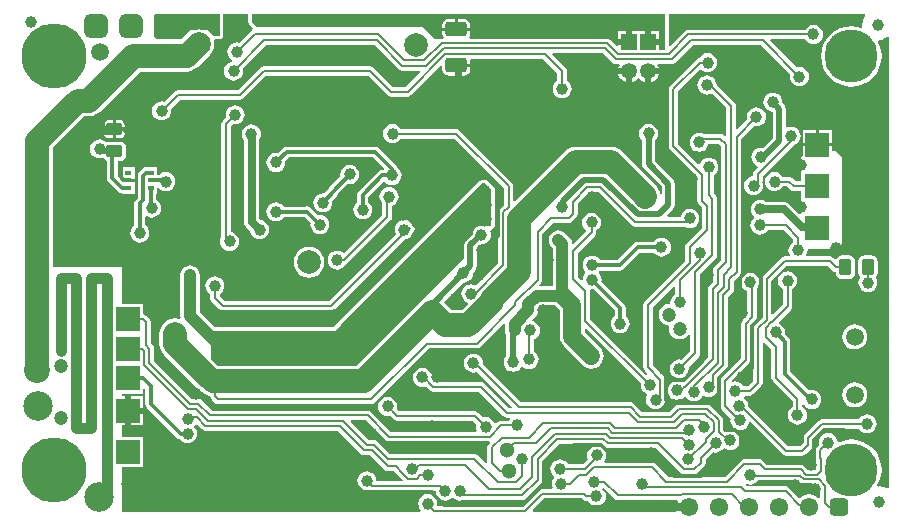
<source format=gbl>
G04 Layer_Physical_Order=2*
G04 Layer_Color=16711680*
%FSLAX44Y44*%
%MOMM*%
G71*
G01*
G75*
%ADD16C,1.0000*%
G04:AMPARAMS|DCode=17|XSize=1.034mm|YSize=1.42mm|CornerRadius=0.2585mm|HoleSize=0mm|Usage=FLASHONLY|Rotation=180.000|XOffset=0mm|YOffset=0mm|HoleType=Round|Shape=RoundedRectangle|*
%AMROUNDEDRECTD17*
21,1,1.0340,0.9030,0,0,180.0*
21,1,0.5170,1.4200,0,0,180.0*
1,1,0.5170,-0.2585,0.4515*
1,1,0.5170,0.2585,0.4515*
1,1,0.5170,0.2585,-0.4515*
1,1,0.5170,-0.2585,-0.4515*
%
%ADD17ROUNDEDRECTD17*%
G04:AMPARAMS|DCode=18|XSize=1.034mm|YSize=1.42mm|CornerRadius=0.2585mm|HoleSize=0mm|Usage=FLASHONLY|Rotation=90.000|XOffset=0mm|YOffset=0mm|HoleType=Round|Shape=RoundedRectangle|*
%AMROUNDEDRECTD18*
21,1,1.0340,0.9030,0,0,90.0*
21,1,0.5170,1.4200,0,0,90.0*
1,1,0.5170,0.4515,0.2585*
1,1,0.5170,0.4515,-0.2585*
1,1,0.5170,-0.4515,-0.2585*
1,1,0.5170,-0.4515,0.2585*
%
%ADD18ROUNDEDRECTD18*%
G04:AMPARAMS|DCode=19|XSize=1.25mm|YSize=1.84mm|CornerRadius=0.3125mm|HoleSize=0mm|Usage=FLASHONLY|Rotation=90.000|XOffset=0mm|YOffset=0mm|HoleType=Round|Shape=RoundedRectangle|*
%AMROUNDEDRECTD19*
21,1,1.2500,1.2150,0,0,90.0*
21,1,0.6250,1.8400,0,0,90.0*
1,1,0.6250,0.6075,0.3125*
1,1,0.6250,0.6075,-0.3125*
1,1,0.6250,-0.6075,-0.3125*
1,1,0.6250,-0.6075,0.3125*
%
%ADD19ROUNDEDRECTD19*%
G04:AMPARAMS|DCode=38|XSize=2mm|YSize=2mm|CornerRadius=0.5mm|HoleSize=0mm|Usage=FLASHONLY|Rotation=0.000|XOffset=0mm|YOffset=0mm|HoleType=Round|Shape=RoundedRectangle|*
%AMROUNDEDRECTD38*
21,1,2.0000,1.0000,0,0,0.0*
21,1,1.0000,2.0000,0,0,0.0*
1,1,1.0000,0.5000,-0.5000*
1,1,1.0000,-0.5000,-0.5000*
1,1,1.0000,-0.5000,0.5000*
1,1,1.0000,0.5000,0.5000*
%
%ADD38ROUNDEDRECTD38*%
%ADD55C,0.2000*%
%ADD56C,0.5000*%
%ADD57C,0.7000*%
%ADD58C,0.3000*%
%ADD61C,1.5000*%
%ADD62C,1.0000*%
%ADD64C,2.0000*%
%ADD65C,0.9000*%
%ADD66C,1.2000*%
%ADD67C,2.5000*%
%ADD68C,2.2000*%
%ADD69R,2.0000X2.0000*%
%ADD70R,2.0000X2.0000*%
%ADD71C,1.5000*%
%ADD72R,1.3500X1.3500*%
%ADD73C,1.3500*%
%ADD74C,2.0000*%
%ADD75C,1.3000*%
G04:AMPARAMS|DCode=76|XSize=1.6mm|YSize=1.5mm|CornerRadius=0.375mm|HoleSize=0mm|Usage=FLASHONLY|Rotation=180.000|XOffset=0mm|YOffset=0mm|HoleType=Round|Shape=RoundedRectangle|*
%AMROUNDEDRECTD76*
21,1,1.6000,0.7500,0,0,180.0*
21,1,0.8500,1.5000,0,0,180.0*
1,1,0.7500,-0.4250,0.3750*
1,1,0.7500,0.4250,0.3750*
1,1,0.7500,0.4250,-0.3750*
1,1,0.7500,-0.4250,-0.3750*
%
%ADD76ROUNDEDRECTD76*%
%ADD77O,1.6000X1.5000*%
%ADD78C,4.5000*%
%ADD79C,5.5000*%
%ADD80R,0.5000X0.4000*%
%ADD81C,0.4000*%
G36*
X310887Y70116D02*
X312210Y69232D01*
X313771Y68922D01*
X313771Y68922D01*
X398108D01*
X398634Y67652D01*
X397866Y66884D01*
X396982Y65561D01*
X396672Y64000D01*
X396672Y64000D01*
Y50892D01*
X396339Y50626D01*
X395466Y50302D01*
X388382Y57386D01*
X387058Y58270D01*
X385498Y58581D01*
X385498Y58581D01*
X314301D01*
X303998Y68884D01*
X302675Y69768D01*
X301114Y70078D01*
X301114Y70078D01*
X296689D01*
X281019Y85748D01*
X281505Y86922D01*
X294081D01*
X310887Y70116D01*
D02*
G37*
G36*
X716645Y429292D02*
X715890Y428309D01*
X714580Y425145D01*
X714133Y421750D01*
X714374Y419919D01*
X713405Y419098D01*
X709999Y420131D01*
X705000Y420623D01*
X700001Y420131D01*
X695194Y418673D01*
X690764Y416305D01*
X686881Y413119D01*
X683695Y409236D01*
X681327Y404806D01*
X679869Y399999D01*
X679377Y395000D01*
X679869Y390001D01*
X681327Y385194D01*
X683695Y380764D01*
X686881Y376881D01*
X690764Y373695D01*
X695194Y371327D01*
X700001Y369869D01*
X705000Y369377D01*
X709999Y369869D01*
X714806Y371327D01*
X719236Y373695D01*
X723119Y376881D01*
X726305Y380764D01*
X728673Y385194D01*
X730131Y390001D01*
X730623Y395000D01*
X730131Y399999D01*
X728673Y404806D01*
X727281Y407410D01*
X728014Y408733D01*
X730645Y409080D01*
X733809Y410390D01*
X735292Y411529D01*
X736431Y410967D01*
Y340000D01*
Y270000D01*
Y29664D01*
X736287Y29592D01*
X735161Y29171D01*
X732145Y30420D01*
X728750Y30867D01*
X727728Y30733D01*
X726916Y31907D01*
X728673Y35194D01*
X730131Y40001D01*
X730623Y45000D01*
X730131Y49999D01*
X728673Y54806D01*
X726305Y59236D01*
X723119Y63119D01*
X719236Y66305D01*
X714806Y68673D01*
X709999Y70131D01*
X705000Y70623D01*
X700001Y70131D01*
X695194Y68673D01*
X694556Y68332D01*
X693182Y69038D01*
X693044Y70088D01*
X692238Y72035D01*
X690956Y73706D01*
X689285Y74988D01*
X687338Y75794D01*
X685250Y76069D01*
X683161Y75794D01*
X681216Y74988D01*
X679544Y73706D01*
X678262Y72035D01*
X677456Y70088D01*
X677181Y68000D01*
X677449Y65966D01*
X675899Y64417D01*
X675015Y63094D01*
X674704Y61533D01*
X674704Y61533D01*
Y54738D01*
X674704Y54738D01*
X674922Y53646D01*
Y45669D01*
X674084Y44831D01*
X668382D01*
X665078Y48134D01*
X663755Y49018D01*
X662195Y49328D01*
X662195Y49328D01*
X633689D01*
X630384Y52634D01*
X629061Y53518D01*
X627500Y53828D01*
X627500Y53828D01*
X614000D01*
X614000Y53828D01*
X612439Y53518D01*
X611116Y52634D01*
X611116Y52634D01*
X597561Y39078D01*
X549939D01*
X539134Y49884D01*
X537811Y50768D01*
X536250Y51078D01*
X536250Y51078D01*
X496373D01*
X495747Y52348D01*
X496262Y53020D01*
X497068Y54966D01*
X497343Y57054D01*
X497068Y59143D01*
X496262Y61089D01*
X494980Y62760D01*
X493308Y64042D01*
X491362Y64848D01*
X489274Y65123D01*
X487186Y64848D01*
X485239Y64042D01*
X483568Y62760D01*
X482286Y61089D01*
X481480Y59143D01*
X481205Y57054D01*
X481480Y54966D01*
X481803Y54185D01*
X477449Y49831D01*
X465227D01*
X463978Y51458D01*
X462307Y52740D01*
X460361Y53546D01*
X458272Y53821D01*
X456184Y53546D01*
X454238Y52740D01*
X452567Y51458D01*
X451284Y49787D01*
X450478Y47841D01*
X450203Y45752D01*
X450478Y43664D01*
X451284Y41718D01*
X452567Y40047D01*
X452799Y39869D01*
X452949Y38152D01*
X452284Y37286D01*
X451478Y35340D01*
X451203Y33252D01*
X451478Y31163D01*
X451918Y30101D01*
X451070Y28831D01*
X443429D01*
X443428Y28831D01*
X441868Y28520D01*
X440545Y27636D01*
X427237Y14328D01*
X355046D01*
X354208Y15283D01*
X354336Y16251D01*
X354061Y18339D01*
X353255Y20285D01*
X351973Y21957D01*
X350301Y23239D01*
X348355Y24045D01*
X346267Y24320D01*
X344179Y24045D01*
X342232Y23239D01*
X340561Y21957D01*
X339279Y20285D01*
X338473Y18339D01*
X338198Y16251D01*
X338473Y14162D01*
X339279Y12216D01*
X340336Y10839D01*
X339906Y9569D01*
X87500D01*
Y47000D01*
X105500D01*
Y73000D01*
X87500D01*
Y82460D01*
X90000D01*
Y95000D01*
Y107540D01*
X87500D01*
Y109500D01*
X105500D01*
Y113069D01*
X106770Y113708D01*
X107162Y113417D01*
Y100750D01*
X107511Y98994D01*
X108506Y97506D01*
X133756Y72256D01*
X135244Y71261D01*
X136335Y71044D01*
X137294Y69794D01*
X138966Y68512D01*
X140912Y67706D01*
X143000Y67431D01*
X145088Y67706D01*
X147035Y68512D01*
X148706Y69794D01*
X149988Y71466D01*
X150794Y73412D01*
X151069Y75500D01*
X150794Y77588D01*
X149988Y79535D01*
X148706Y81206D01*
X149110Y82496D01*
X149471Y82966D01*
X151156Y83076D01*
X155116Y79116D01*
X155116Y79116D01*
X156439Y78232D01*
X158000Y77922D01*
X158000Y77922D01*
X270311D01*
X289616Y58616D01*
X290939Y57732D01*
X292500Y57422D01*
X292500Y57422D01*
X297561D01*
X309866Y45116D01*
X309866Y45116D01*
X311189Y44232D01*
X312750Y43922D01*
X312750Y43922D01*
X317561D01*
X321878Y39605D01*
X321882Y39598D01*
X324978Y36502D01*
X324492Y35328D01*
X302969D01*
X302819Y35500D01*
X302544Y37588D01*
X301738Y39534D01*
X300456Y41206D01*
X298785Y42488D01*
X296838Y43294D01*
X294750Y43569D01*
X292662Y43294D01*
X290716Y42488D01*
X289044Y41206D01*
X287762Y39534D01*
X286956Y37588D01*
X286681Y35500D01*
X286956Y33412D01*
X287762Y31465D01*
X289044Y29794D01*
X290716Y28512D01*
X292662Y27706D01*
X294750Y27431D01*
X296838Y27706D01*
X297003Y27774D01*
X297439Y27482D01*
X299000Y27172D01*
X299000Y27172D01*
X352759D01*
X352949Y26955D01*
X353224Y24867D01*
X354030Y22921D01*
X355312Y21250D01*
X356984Y19967D01*
X358930Y19161D01*
X361018Y18886D01*
X363107Y19161D01*
X365053Y19967D01*
X366724Y21250D01*
X368157Y21031D01*
X369484Y20013D01*
X371430Y19207D01*
X373518Y18932D01*
X375607Y19207D01*
X376088Y19407D01*
X377270Y19172D01*
X377270Y19172D01*
X426250D01*
X426250Y19172D01*
X427811Y19482D01*
X429134Y20366D01*
X442134Y33366D01*
X443018Y34689D01*
X443328Y36250D01*
X443328Y36250D01*
Y52561D01*
X457743Y66976D01*
X493383D01*
X495993Y64366D01*
X497316Y63482D01*
X498877Y63172D01*
X498877Y63172D01*
X539320D01*
X560123Y42369D01*
X560123Y42369D01*
X561446Y41485D01*
X563007Y41174D01*
X563007Y41174D01*
X572002D01*
X572003Y41174D01*
X573563Y41485D01*
X574887Y42369D01*
X580384Y47866D01*
X580384Y47866D01*
X581268Y49189D01*
X581578Y50750D01*
X581578Y50750D01*
Y53285D01*
X587995Y59702D01*
X590029Y59434D01*
X592117Y59709D01*
X594063Y60515D01*
X595734Y61798D01*
X596452Y62732D01*
X598120Y63053D01*
X598495Y62765D01*
X600441Y61959D01*
X602529Y61684D01*
X604618Y61959D01*
X606564Y62765D01*
X608235Y64048D01*
X609517Y65719D01*
X610323Y67665D01*
X610598Y69753D01*
X610323Y71842D01*
X609517Y73788D01*
X608235Y75459D01*
X606564Y76741D01*
X604618Y77547D01*
X602529Y77822D01*
X600441Y77547D01*
X598820Y76876D01*
X596857Y78840D01*
Y86889D01*
X596857Y86889D01*
X596546Y88449D01*
X595662Y89773D01*
X595662Y89773D01*
X585891Y99543D01*
X584568Y100427D01*
X583008Y100738D01*
X583008Y100738D01*
X559409D01*
X557849Y100427D01*
X556525Y99543D01*
X556525Y99543D01*
X550811Y93828D01*
X528099D01*
X520884Y101043D01*
X519561Y101927D01*
X518000Y102238D01*
X518000Y102238D01*
X424939D01*
X392952Y134225D01*
X393088Y135257D01*
X392813Y137345D01*
X392007Y139291D01*
X390724Y140962D01*
X389053Y142245D01*
X387107Y143051D01*
X385019Y143326D01*
X382930Y143051D01*
X380984Y142245D01*
X379313Y140962D01*
X378031Y139291D01*
X377225Y137345D01*
X376950Y135257D01*
X377225Y133168D01*
X378031Y131222D01*
X379313Y129551D01*
X380984Y128269D01*
X382930Y127463D01*
X385019Y127188D01*
X387107Y127463D01*
X387865Y127776D01*
X417390Y98252D01*
X416904Y97078D01*
X414939D01*
X393884Y118134D01*
X392561Y119018D01*
X391000Y119328D01*
X391000Y119328D01*
X352439D01*
X349682Y122086D01*
X349836Y123256D01*
X349561Y125344D01*
X348755Y127290D01*
X347472Y128962D01*
X345801Y130244D01*
X343855Y131050D01*
X341767Y131325D01*
X339678Y131050D01*
X337732Y130244D01*
X336061Y128962D01*
X334779Y127290D01*
X333973Y125344D01*
X333698Y123256D01*
X333973Y121168D01*
X334779Y119221D01*
X336061Y117550D01*
X337732Y116268D01*
X339678Y115462D01*
X341767Y115187D01*
X343855Y115462D01*
X344502Y115730D01*
X347866Y112366D01*
X347866Y112366D01*
X349189Y111482D01*
X350750Y111172D01*
X389311D01*
X410366Y90116D01*
X410366Y90116D01*
X411689Y89232D01*
X413250Y88922D01*
X415510D01*
X416137Y87652D01*
X415316Y86582D01*
X408275D01*
X408275Y86582D01*
X406714Y86272D01*
X405391Y85388D01*
X404176Y84173D01*
X402678Y84471D01*
X402238Y85534D01*
X400956Y87206D01*
X399285Y88488D01*
X397338Y89294D01*
X395250Y89569D01*
X393216Y89301D01*
X389134Y93384D01*
X387811Y94268D01*
X386250Y94578D01*
X386250Y94578D01*
X322008D01*
X320051Y96535D01*
X320319Y98569D01*
X320044Y100657D01*
X319238Y102604D01*
X317956Y104275D01*
X316285Y105557D01*
X314338Y106363D01*
X312250Y106638D01*
X310162Y106363D01*
X308216Y105557D01*
X306544Y104275D01*
X305262Y102604D01*
X304456Y100657D01*
X304181Y98569D01*
X304456Y96481D01*
X305262Y94535D01*
X306544Y92863D01*
X308216Y91581D01*
X310162Y90775D01*
X312250Y90500D01*
X314284Y90768D01*
X317435Y87616D01*
X317435Y87616D01*
X318758Y86732D01*
X320319Y86422D01*
X320319Y86422D01*
X384561D01*
X387449Y83534D01*
X387181Y81500D01*
X387456Y79412D01*
X387896Y78348D01*
X387048Y77078D01*
X315460D01*
X298655Y93884D01*
X297332Y94768D01*
X295771Y95078D01*
X295771Y95078D01*
X163824D01*
X155019Y103884D01*
X153695Y104768D01*
X152135Y105078D01*
X152135Y105078D01*
X146689D01*
X114578Y137189D01*
Y147500D01*
X114268Y149061D01*
X113384Y150384D01*
X113384Y150384D01*
X111578Y152189D01*
Y170250D01*
X111578Y170250D01*
X111268Y171811D01*
X110384Y173134D01*
X108134Y175384D01*
X106811Y176268D01*
X105500Y176529D01*
Y185500D01*
X87500D01*
Y217000D01*
X29760Y216988D01*
X28862Y217886D01*
Y312250D01*
X28612Y314149D01*
Y317569D01*
X55431Y344388D01*
X59234D01*
X59234Y344388D01*
X62628Y344835D01*
X65790Y346144D01*
X68506Y348228D01*
X102415Y382138D01*
X142250D01*
X142250Y382138D01*
X145644Y382585D01*
X148806Y383895D01*
X151522Y385978D01*
X161522Y395978D01*
X163605Y398694D01*
X164915Y401856D01*
X165362Y405250D01*
X164976Y408181D01*
X165657Y409210D01*
X165960Y409441D01*
X170000D01*
X171171Y409674D01*
X172163Y410337D01*
X172826Y411329D01*
X173059Y412500D01*
Y423000D01*
Y430431D01*
X194441D01*
Y423750D01*
X194674Y422579D01*
X195337Y421587D01*
X195337Y421587D01*
X198039Y418885D01*
X197792Y417336D01*
X197116Y416884D01*
X197116Y416884D01*
X186784Y406551D01*
X184750Y406819D01*
X182662Y406544D01*
X180716Y405738D01*
X179044Y404456D01*
X177762Y402785D01*
X176956Y400838D01*
X176681Y398750D01*
X176956Y396662D01*
X177762Y394715D01*
X179044Y393044D01*
X180716Y391762D01*
X180864Y391700D01*
X180693Y390397D01*
X179912Y390294D01*
X177966Y389488D01*
X176294Y388206D01*
X175012Y386535D01*
X174206Y384588D01*
X173931Y382500D01*
X174206Y380412D01*
X175012Y378465D01*
X176294Y376794D01*
X177966Y375512D01*
X179912Y374706D01*
X182000Y374431D01*
X184088Y374706D01*
X186035Y375512D01*
X187706Y376794D01*
X188988Y378465D01*
X189794Y380412D01*
X190069Y382500D01*
X189801Y384534D01*
X209689Y404422D01*
X301447D01*
X321752Y384116D01*
X321752Y384116D01*
X323075Y383232D01*
X324636Y382922D01*
X324636Y382922D01*
X339665D01*
X340151Y381748D01*
X327481Y369078D01*
X316939D01*
X300634Y385384D01*
X299311Y386268D01*
X297750Y386578D01*
X297750Y386578D01*
X207500D01*
X207500Y386578D01*
X205939Y386268D01*
X204616Y385384D01*
X204616Y385384D01*
X185561Y366328D01*
X134500D01*
X134500Y366328D01*
X132939Y366018D01*
X131616Y365134D01*
X131616Y365134D01*
X123034Y356551D01*
X121000Y356819D01*
X118912Y356544D01*
X116966Y355738D01*
X115294Y354456D01*
X114012Y352785D01*
X113206Y350838D01*
X112931Y348750D01*
X113206Y346662D01*
X114012Y344715D01*
X115294Y343044D01*
X116966Y341762D01*
X118912Y340956D01*
X121000Y340681D01*
X123088Y340956D01*
X125035Y341762D01*
X126706Y343044D01*
X127988Y344715D01*
X128794Y346662D01*
X129069Y348750D01*
X128801Y350784D01*
X136189Y358172D01*
X187250D01*
X187250Y358172D01*
X188811Y358482D01*
X190134Y359366D01*
X209189Y378422D01*
X296061D01*
X312366Y362116D01*
X312366Y362116D01*
X313689Y361232D01*
X315250Y360922D01*
X315250Y360922D01*
X329171D01*
X329171Y360922D01*
X330732Y361232D01*
X332055Y362116D01*
X357476Y387537D01*
X358649Y387051D01*
Y384135D01*
X359089Y381925D01*
X360341Y380051D01*
X362215Y378799D01*
X364425Y378359D01*
X369230D01*
Y387260D01*
X370500D01*
Y388530D01*
X382351D01*
Y390385D01*
X382097Y391662D01*
X383098Y392932D01*
X444072D01*
X455922Y381082D01*
Y374454D01*
X454294Y373206D01*
X453012Y371535D01*
X452206Y369588D01*
X451931Y367500D01*
X452206Y365412D01*
X453012Y363465D01*
X454294Y361794D01*
X455965Y360512D01*
X457912Y359706D01*
X460000Y359431D01*
X462088Y359706D01*
X464035Y360512D01*
X465706Y361794D01*
X466988Y363465D01*
X467794Y365412D01*
X468069Y367500D01*
X467794Y369588D01*
X466988Y371535D01*
X465706Y373206D01*
X464078Y374454D01*
Y382771D01*
X463768Y384332D01*
X462884Y385655D01*
X462884Y385655D01*
X451790Y396748D01*
X452276Y397922D01*
X494688D01*
X502993Y389616D01*
X502993Y389616D01*
X504316Y388732D01*
X505877Y388422D01*
X505877Y388422D01*
X508340D01*
X508902Y387283D01*
X508635Y386935D01*
X507730Y384750D01*
X516750D01*
Y382250D01*
X519250D01*
Y373230D01*
X521435Y374135D01*
X523376Y375624D01*
X524115Y376588D01*
X525385D01*
X526124Y375624D01*
X528065Y374135D01*
X530250Y373230D01*
Y382250D01*
X532750D01*
Y384750D01*
X541770D01*
X540865Y386935D01*
X540598Y387283D01*
X541160Y388422D01*
X552750D01*
X552750Y388422D01*
X554311Y388732D01*
X555634Y389616D01*
X570689Y404672D01*
X628361D01*
X653231Y379802D01*
X652963Y377768D01*
X653238Y375680D01*
X654044Y373734D01*
X655327Y372063D01*
X656998Y370780D01*
X658944Y369974D01*
X661032Y369699D01*
X663121Y369974D01*
X665067Y370780D01*
X666738Y372063D01*
X668020Y373734D01*
X668826Y375680D01*
X669101Y377768D01*
X668826Y379857D01*
X668020Y381803D01*
X666738Y383474D01*
X665067Y384756D01*
X663121Y385563D01*
X661032Y385838D01*
X658999Y385570D01*
X636320Y408248D01*
X636806Y409422D01*
X665796D01*
X667044Y407794D01*
X668716Y406512D01*
X670662Y405706D01*
X672750Y405431D01*
X674838Y405706D01*
X676785Y406512D01*
X678456Y407794D01*
X679738Y409465D01*
X680544Y411412D01*
X680819Y413500D01*
X680544Y415588D01*
X679738Y417534D01*
X678456Y419206D01*
X676785Y420488D01*
X674838Y421294D01*
X672750Y421569D01*
X670662Y421294D01*
X668716Y420488D01*
X667044Y419206D01*
X665796Y417578D01*
X567000D01*
X567000Y417578D01*
X565439Y417268D01*
X564116Y416384D01*
X564116Y416384D01*
X551732Y404000D01*
X550559Y404486D01*
Y430431D01*
X716083D01*
X716645Y429292D01*
D02*
G37*
G36*
X547500Y400569D02*
X542040D01*
Y404750D01*
X532750D01*
Y407250D01*
X530250D01*
Y416540D01*
X519250D01*
Y407250D01*
X516750D01*
Y404750D01*
X507460D01*
Y403987D01*
X506287Y403501D01*
X500765Y409023D01*
X499607Y409797D01*
X498241Y410069D01*
X381878D01*
X381199Y411339D01*
X381911Y412405D01*
X382351Y414615D01*
Y416470D01*
X370500D01*
X358649D01*
Y414615D01*
X359089Y412405D01*
X359801Y411339D01*
X359122Y410069D01*
X357943D01*
X357598Y410000D01*
X352500D01*
X342500Y420000D01*
X201250D01*
X197500Y423750D01*
Y430941D01*
X547500D01*
Y400569D01*
D02*
G37*
G36*
X662152Y33868D02*
X662152Y33868D01*
X663476Y32984D01*
X665036Y32673D01*
X675497D01*
X678422Y29748D01*
Y21227D01*
X677219Y20819D01*
X677089Y20989D01*
X674895Y22672D01*
X672341Y23730D01*
X669600Y24091D01*
X668600D01*
X665859Y23730D01*
X663305Y22672D01*
X661111Y20989D01*
X661034Y20984D01*
X652384Y29634D01*
X651061Y30518D01*
X649500Y30828D01*
X649500Y30828D01*
X616689D01*
X615320Y32198D01*
X616039Y33274D01*
X617412Y32706D01*
X619500Y32431D01*
X621588Y32706D01*
X623535Y33512D01*
X625206Y34794D01*
X626085Y35940D01*
X660080D01*
X662152Y33868D01*
D02*
G37*
G36*
X504392Y20366D02*
X504392Y20366D01*
X505715Y19482D01*
X507276Y19172D01*
X507276Y19172D01*
X557179D01*
X557956Y17902D01*
X557218Y16121D01*
X557041Y14770D01*
X567500D01*
Y12230D01*
X557041D01*
X557218Y10879D01*
X557324Y10625D01*
X556618Y9569D01*
X435672D01*
X435186Y10742D01*
X445118Y20674D01*
X455748D01*
X455752Y20673D01*
X455752Y20673D01*
X462793D01*
X462793Y20673D01*
X462796Y20674D01*
X476583D01*
X477774Y19483D01*
X477774Y19483D01*
X479097Y18599D01*
X480658Y18289D01*
X482132D01*
X483381Y16661D01*
X485052Y15379D01*
X486998Y14573D01*
X489086Y14298D01*
X491175Y14573D01*
X493121Y15379D01*
X494792Y16661D01*
X496074Y18332D01*
X496880Y20278D01*
X497155Y22367D01*
X496880Y24455D01*
X496074Y26401D01*
X494792Y28073D01*
X494069Y28627D01*
X494015Y28747D01*
X494061Y28901D01*
X495498Y29260D01*
X504392Y20366D01*
D02*
G37*
G36*
X170000Y423000D02*
Y412500D01*
X165000D01*
X159937Y417562D01*
X154494D01*
X152250Y417858D01*
X150006Y417562D01*
X145063D01*
X144750Y417250D01*
X142500Y415000D01*
X137500Y410000D01*
X117000D01*
X114750Y412250D01*
Y430000D01*
X115691Y430941D01*
X170000D01*
Y423000D01*
D02*
G37*
%LPC*%
G36*
X217750Y271319D02*
X215662Y271044D01*
X213715Y270238D01*
X212044Y268956D01*
X210762Y267285D01*
X209956Y265338D01*
X209681Y263250D01*
X209956Y261162D01*
X210762Y259216D01*
X212044Y257544D01*
X213715Y256262D01*
X215662Y255456D01*
X217750Y255181D01*
X219838Y255456D01*
X221784Y256262D01*
X223456Y257544D01*
X224313Y258662D01*
X242349D01*
X247115Y253897D01*
X246931Y252500D01*
X247206Y250412D01*
X248012Y248465D01*
X249294Y246794D01*
X250965Y245512D01*
X252912Y244706D01*
X255000Y244431D01*
X257088Y244706D01*
X259035Y245512D01*
X260706Y246794D01*
X261988Y248465D01*
X262794Y250412D01*
X263069Y252500D01*
X262794Y254588D01*
X261988Y256535D01*
X260706Y258206D01*
X259035Y259488D01*
X257088Y260294D01*
X255000Y260569D01*
X253603Y260385D01*
X247244Y266744D01*
X245756Y267739D01*
X244000Y268088D01*
X242743Y267838D01*
X224313D01*
X223456Y268956D01*
X221784Y270238D01*
X219838Y271044D01*
X217750Y271319D01*
D02*
G37*
G36*
X197000Y337319D02*
X194912Y337044D01*
X192966Y336238D01*
X191294Y334956D01*
X190012Y333284D01*
X189206Y331338D01*
X188931Y329250D01*
X189206Y327162D01*
X190012Y325215D01*
X190694Y324327D01*
Y255000D01*
X190917Y253303D01*
X191572Y251722D01*
X192614Y250364D01*
X196113Y246865D01*
X196206Y246162D01*
X197012Y244216D01*
X198294Y242544D01*
X199965Y241262D01*
X201912Y240456D01*
X204000Y240181D01*
X206088Y240456D01*
X208034Y241262D01*
X209706Y242544D01*
X210988Y244216D01*
X211794Y246162D01*
X212069Y248250D01*
X211794Y250338D01*
X210988Y252285D01*
X209706Y253956D01*
X208034Y255238D01*
X206088Y256044D01*
X205385Y256137D01*
X203806Y257716D01*
Y324978D01*
X203988Y325215D01*
X204794Y327162D01*
X205069Y329250D01*
X204794Y331338D01*
X203988Y333284D01*
X202706Y334956D01*
X201035Y336238D01*
X199088Y337044D01*
X197000Y337319D01*
D02*
G37*
G36*
X313500Y284319D02*
X311412Y284044D01*
X309466Y283238D01*
X307794Y281956D01*
X306512Y280285D01*
X305706Y278338D01*
X305431Y276250D01*
X305706Y274162D01*
X306512Y272215D01*
X307794Y270544D01*
X307922Y270447D01*
Y260939D01*
X275196Y228213D01*
X273535Y229488D01*
X271588Y230294D01*
X269500Y230569D01*
X267412Y230294D01*
X265466Y229488D01*
X263794Y228206D01*
X262512Y226535D01*
X261706Y224588D01*
X261431Y222500D01*
X261706Y220412D01*
X262512Y218465D01*
X263794Y216794D01*
X265466Y215512D01*
X267412Y214706D01*
X269500Y214431D01*
X271588Y214706D01*
X273535Y215512D01*
X275206Y216794D01*
X276488Y218465D01*
X276579Y218686D01*
X276811Y218732D01*
X278134Y219616D01*
X314884Y256366D01*
X315768Y257689D01*
X316078Y259250D01*
X316078Y259250D01*
Y268659D01*
X317535Y269262D01*
X319206Y270544D01*
X320488Y272215D01*
X321294Y274162D01*
X321569Y276250D01*
X321294Y278338D01*
X320488Y280285D01*
X319206Y281956D01*
X317535Y283238D01*
X315588Y284044D01*
X313500Y284319D01*
D02*
G37*
G36*
X68500Y324819D02*
X66412Y324544D01*
X64465Y323738D01*
X62794Y322456D01*
X61512Y320784D01*
X60706Y318838D01*
X60431Y316750D01*
X60706Y314662D01*
X61512Y312715D01*
X62794Y311044D01*
X64465Y309762D01*
X66412Y308956D01*
X68500Y308681D01*
X70433Y308935D01*
X70775Y308867D01*
X71788D01*
X72458Y307864D01*
X74306Y306629D01*
X74662Y306558D01*
Y292000D01*
X75011Y290244D01*
X76006Y288756D01*
X84506Y280256D01*
X85994Y279261D01*
X87250Y279011D01*
Y278500D01*
X98250D01*
Y288500D01*
X97790D01*
Y288730D01*
X92750D01*
Y291270D01*
X97790D01*
Y291500D01*
X98250D01*
Y301500D01*
X87250D01*
Y292285D01*
X85980Y291759D01*
X83838Y293901D01*
Y306196D01*
X85515D01*
X87694Y306629D01*
X89542Y307864D01*
X90776Y309711D01*
X91209Y311890D01*
Y317060D01*
X90776Y319239D01*
X89542Y321087D01*
X87694Y322321D01*
X85515Y322754D01*
X76485D01*
X74309Y322322D01*
X74206Y322456D01*
X72534Y323738D01*
X70588Y324544D01*
X68500Y324819D01*
D02*
G37*
G36*
X688790Y318730D02*
X676250D01*
X663710D01*
Y311460D01*
X662000Y309750D01*
Y289078D01*
X657689D01*
X654884Y291884D01*
X653561Y292768D01*
X652000Y293078D01*
X652000Y293078D01*
X646954D01*
X645706Y294706D01*
X644035Y295988D01*
X642088Y296794D01*
X640000Y297069D01*
X637912Y296794D01*
X635965Y295988D01*
X634294Y294706D01*
X633012Y293034D01*
X632206Y291088D01*
X631931Y289000D01*
X632206Y286912D01*
X633012Y284965D01*
X634294Y283294D01*
X635965Y282012D01*
X637912Y281206D01*
X640000Y280931D01*
X642088Y281206D01*
X644035Y282012D01*
X645706Y283294D01*
X646954Y284922D01*
X650311D01*
X653116Y282116D01*
X653116Y282116D01*
X654439Y281232D01*
X656000Y280922D01*
X656000Y280922D01*
X662000D01*
Y261931D01*
X660827Y261445D01*
X652136Y270136D01*
X650778Y271178D01*
X649197Y271833D01*
X647500Y272056D01*
X632347D01*
X631785Y272488D01*
X629838Y273294D01*
X627750Y273569D01*
X625662Y273294D01*
X623716Y272488D01*
X622044Y271206D01*
X620762Y269534D01*
X619956Y267588D01*
X619681Y265500D01*
X619956Y263412D01*
X620762Y261465D01*
X622044Y259794D01*
X622453Y259481D01*
Y258211D01*
X621794Y257706D01*
X620512Y256035D01*
X619706Y254088D01*
X619431Y252000D01*
X619706Y249912D01*
X620512Y247966D01*
X621794Y246294D01*
X623465Y245012D01*
X625412Y244206D01*
X627500Y243931D01*
X629588Y244206D01*
X631535Y245012D01*
X633206Y246294D01*
X634454Y247922D01*
X647561D01*
X655704Y239778D01*
Y237716D01*
X654077Y236467D01*
X652794Y234796D01*
X651988Y232850D01*
X651713Y230761D01*
X651988Y228673D01*
X652640Y227098D01*
X652033Y225828D01*
X648500D01*
X648500Y225828D01*
X646939Y225518D01*
X645616Y224634D01*
X645616Y224634D01*
X630366Y209384D01*
X629482Y208061D01*
X629172Y206500D01*
X629172Y206500D01*
Y173801D01*
X622866Y167495D01*
X621982Y166172D01*
X621672Y164611D01*
X621672Y164611D01*
Y120445D01*
X617061Y115834D01*
X613484D01*
X612235Y117461D01*
X610564Y118743D01*
X608618Y119550D01*
X606530Y119824D01*
X604658Y119578D01*
X604248Y120073D01*
X604007Y120723D01*
X618634Y135350D01*
X618634Y135350D01*
X619518Y136673D01*
X619828Y138233D01*
Y167064D01*
X623914Y171149D01*
X623914Y171149D01*
X624798Y172473D01*
X625108Y174033D01*
X625108Y174033D01*
Y198493D01*
X626238Y199965D01*
X627044Y201912D01*
X627319Y204000D01*
X627044Y206088D01*
X626238Y208034D01*
X624956Y209706D01*
X623284Y210988D01*
X621338Y211794D01*
X619250Y212069D01*
X617162Y211794D01*
X615215Y210988D01*
X613544Y209706D01*
X612262Y208034D01*
X611456Y206088D01*
X611181Y204000D01*
X611456Y201912D01*
X612262Y199965D01*
X613544Y198294D01*
X615215Y197012D01*
X616951Y196293D01*
Y175723D01*
X612866Y171637D01*
X611982Y170314D01*
X611672Y168753D01*
X611672Y168753D01*
Y139923D01*
X595116Y123367D01*
X594232Y122044D01*
X593922Y120484D01*
X593922Y120483D01*
Y98729D01*
X593922Y98729D01*
X594232Y97169D01*
X595116Y95845D01*
X602638Y88323D01*
X602431Y86750D01*
X602706Y84662D01*
X603512Y82716D01*
X604794Y81044D01*
X606465Y79762D01*
X608412Y78956D01*
X610500Y78681D01*
X612588Y78956D01*
X614534Y79762D01*
X616206Y81044D01*
X617488Y82716D01*
X618294Y84662D01*
X618342Y85029D01*
X619545Y85437D01*
X646866Y58116D01*
X646866Y58116D01*
X648189Y57232D01*
X649750Y56922D01*
X663500D01*
X663500Y56922D01*
X665061Y57232D01*
X666384Y58116D01*
X671467Y63200D01*
X672352Y64523D01*
X672662Y66084D01*
Y70465D01*
X681868Y79672D01*
X711296D01*
X712544Y78044D01*
X714215Y76762D01*
X716162Y75956D01*
X718250Y75681D01*
X720338Y75956D01*
X722284Y76762D01*
X723956Y78044D01*
X725238Y79715D01*
X726044Y81662D01*
X726319Y83750D01*
X726044Y85838D01*
X725238Y87785D01*
X723956Y89456D01*
X722284Y90738D01*
X720338Y91544D01*
X718250Y91819D01*
X716162Y91544D01*
X714215Y90738D01*
X712544Y89456D01*
X711296Y87828D01*
X680179D01*
X680179Y87828D01*
X678618Y87518D01*
X677295Y86634D01*
X665700Y75038D01*
X664816Y73715D01*
X664505Y72155D01*
X664505Y72154D01*
Y67773D01*
X661811Y65078D01*
X651439D01*
X617534Y98984D01*
X617569Y99250D01*
X617294Y101338D01*
X616488Y103285D01*
X615206Y104956D01*
X613815Y106023D01*
X613686Y106407D01*
X614599Y107677D01*
X618750D01*
X618750Y107677D01*
X620311Y107988D01*
X621634Y108872D01*
X628634Y115872D01*
X629518Y117195D01*
X629828Y118756D01*
Y152763D01*
X631002Y153249D01*
X637172Y147079D01*
Y123000D01*
X637172Y123000D01*
X637482Y121439D01*
X638366Y120116D01*
X655204Y103279D01*
Y98209D01*
X653577Y96960D01*
X652294Y95289D01*
X651488Y93343D01*
X651213Y91255D01*
X651488Y89166D01*
X652294Y87220D01*
X653577Y85549D01*
X655248Y84267D01*
X657194Y83460D01*
X659282Y83186D01*
X661371Y83460D01*
X663317Y84267D01*
X664988Y85549D01*
X666270Y87220D01*
X667076Y89166D01*
X667351Y91255D01*
X667076Y93343D01*
X666270Y95289D01*
X664988Y96960D01*
X663361Y98209D01*
Y100011D01*
X664256Y100358D01*
X664631Y100359D01*
X665827Y98799D01*
X667498Y97517D01*
X669444Y96711D01*
X671533Y96436D01*
X673621Y96711D01*
X675567Y97517D01*
X677238Y98799D01*
X678521Y100471D01*
X679327Y102417D01*
X679602Y104505D01*
X679327Y106594D01*
X678521Y108540D01*
X677238Y110211D01*
X675567Y111493D01*
X673621Y112299D01*
X671533Y112574D01*
X669444Y112299D01*
X669087Y112151D01*
X653338Y127900D01*
Y153289D01*
X652989Y155045D01*
X651994Y156533D01*
X648666Y159861D01*
X648850Y161258D01*
X648575Y163346D01*
X647769Y165292D01*
X646487Y166964D01*
X644816Y168246D01*
X643929Y168613D01*
X643631Y170111D01*
X653884Y180364D01*
X653884Y180364D01*
X654768Y181687D01*
X655078Y183247D01*
X655078Y183248D01*
Y198046D01*
X656706Y199294D01*
X657988Y200965D01*
X658794Y202912D01*
X659069Y205000D01*
X658794Y207088D01*
X657988Y209035D01*
X656706Y210706D01*
X655034Y211988D01*
X653088Y212794D01*
X651000Y213069D01*
X648912Y212794D01*
X646965Y211988D01*
X645294Y210706D01*
X644012Y209035D01*
X643206Y207088D01*
X642931Y205000D01*
X643206Y202912D01*
X644012Y200965D01*
X645294Y199294D01*
X646922Y198046D01*
Y184937D01*
X638502Y176517D01*
X637328Y177003D01*
Y204811D01*
X650189Y217672D01*
X685061D01*
X689116Y213616D01*
X690439Y212732D01*
X691696Y212482D01*
Y211985D01*
X692129Y209806D01*
X693363Y207959D01*
X695211Y206724D01*
X697390Y206291D01*
X702560D01*
X704739Y206724D01*
X706587Y207959D01*
X707821Y209806D01*
X708254Y211985D01*
Y221015D01*
X707821Y223194D01*
X706587Y225042D01*
X704739Y226276D01*
X702560Y226709D01*
X697390D01*
X695211Y226276D01*
X693363Y225042D01*
X692426Y223638D01*
X690956Y223312D01*
X689634Y224634D01*
X688311Y225518D01*
X686750Y225828D01*
X686750Y225828D01*
X667531D01*
X666924Y227098D01*
X667576Y228673D01*
X667851Y230761D01*
X667781Y231295D01*
X668618Y232250D01*
X692000D01*
X697000Y237250D01*
X697000Y309750D01*
X692000Y314750D01*
X688790D01*
Y318730D01*
D02*
G37*
G36*
X280250Y303069D02*
X278162Y302794D01*
X276215Y301988D01*
X274544Y300706D01*
X273262Y299035D01*
X272456Y297088D01*
X272181Y295000D01*
X272365Y293603D01*
X262506Y283744D01*
X261511Y282256D01*
X261379Y281592D01*
X258699Y278911D01*
X257500Y279069D01*
X255412Y278794D01*
X253465Y277988D01*
X251794Y276706D01*
X250512Y275035D01*
X249706Y273088D01*
X249431Y271000D01*
X249706Y268912D01*
X250512Y266966D01*
X251794Y265294D01*
X253465Y264012D01*
X255412Y263206D01*
X257500Y262931D01*
X259588Y263206D01*
X261535Y264012D01*
X263206Y265294D01*
X264488Y266966D01*
X265294Y268912D01*
X265569Y271000D01*
X265359Y272595D01*
X269507Y276743D01*
X270502Y278231D01*
X270634Y278895D01*
X278853Y287115D01*
X280250Y286931D01*
X282338Y287206D01*
X284284Y288012D01*
X285956Y289294D01*
X287238Y290965D01*
X288044Y292912D01*
X288319Y295000D01*
X288044Y297088D01*
X287238Y299035D01*
X285956Y300706D01*
X284284Y301988D01*
X282338Y302794D01*
X280250Y303069D01*
D02*
G37*
G36*
X117250Y301500D02*
X106250D01*
Y300790D01*
X105994Y300739D01*
X104506Y299744D01*
X102006Y297244D01*
X101011Y295756D01*
X100662Y294000D01*
Y275151D01*
X99256Y273744D01*
X98261Y272256D01*
X97912Y270500D01*
Y251813D01*
X96794Y250956D01*
X95512Y249284D01*
X94706Y247338D01*
X94431Y245250D01*
X94706Y243162D01*
X95512Y241215D01*
X96794Y239544D01*
X98465Y238262D01*
X100412Y237456D01*
X102500Y237181D01*
X104588Y237456D01*
X106535Y238262D01*
X108206Y239544D01*
X109488Y241215D01*
X110294Y243162D01*
X110569Y245250D01*
X110294Y247338D01*
X109488Y249284D01*
X108206Y250956D01*
X107088Y251813D01*
Y259133D01*
X108227Y259695D01*
X108465Y259512D01*
X110412Y258706D01*
X112500Y258431D01*
X114588Y258706D01*
X116535Y259512D01*
X118206Y260794D01*
X119488Y262465D01*
X120294Y264412D01*
X120569Y266500D01*
X120294Y268588D01*
X119488Y270534D01*
X118206Y272206D01*
X116535Y273488D01*
X116338Y273569D01*
Y278500D01*
X117250D01*
Y283221D01*
X118520Y283652D01*
X118794Y283294D01*
X120465Y282012D01*
X122412Y281206D01*
X124500Y280931D01*
X126588Y281206D01*
X128534Y282012D01*
X130206Y283294D01*
X131488Y284965D01*
X132294Y286912D01*
X132569Y289000D01*
X132294Y291088D01*
X131488Y293034D01*
X130206Y294706D01*
X128534Y295988D01*
X126588Y296794D01*
X124500Y297069D01*
X122412Y296794D01*
X120465Y295988D01*
X118794Y294706D01*
X118704Y294588D01*
X117250D01*
Y295000D01*
Y301500D01*
D02*
G37*
G36*
X707750Y119091D02*
X705009Y118730D01*
X702455Y117672D01*
X700261Y115989D01*
X698578Y113795D01*
X697520Y111241D01*
X697159Y108500D01*
X697520Y105759D01*
X698578Y103205D01*
X700261Y101011D01*
X702455Y99328D01*
X705009Y98270D01*
X707750Y97909D01*
X710491Y98270D01*
X713045Y99328D01*
X715239Y101011D01*
X716922Y103205D01*
X717980Y105759D01*
X718341Y108500D01*
X717980Y111241D01*
X716922Y113795D01*
X715239Y115989D01*
X713045Y117672D01*
X710491Y118730D01*
X707750Y119091D01*
D02*
G37*
G36*
X105040Y107540D02*
X95000D01*
Y97500D01*
X105040D01*
Y107540D01*
D02*
G37*
G36*
Y92500D02*
X95000D01*
Y82460D01*
X105040D01*
Y92500D01*
D02*
G37*
G36*
X707750Y168091D02*
X705009Y167730D01*
X702455Y166672D01*
X700261Y164989D01*
X698578Y162795D01*
X697520Y160241D01*
X697159Y157500D01*
X697520Y154759D01*
X698578Y152205D01*
X700261Y150011D01*
X702455Y148328D01*
X705009Y147270D01*
X707750Y146909D01*
X710491Y147270D01*
X713045Y148328D01*
X715239Y150011D01*
X716922Y152205D01*
X717980Y154759D01*
X718341Y157500D01*
X717980Y160241D01*
X716922Y162795D01*
X715239Y164989D01*
X713045Y166672D01*
X710491Y167730D01*
X707750Y168091D01*
D02*
G37*
G36*
X245750Y233612D02*
X242356Y233165D01*
X239194Y231856D01*
X236478Y229772D01*
X234394Y227056D01*
X233085Y223894D01*
X232638Y220500D01*
X233085Y217106D01*
X234394Y213944D01*
X236478Y211228D01*
X239194Y209144D01*
X242356Y207835D01*
X245750Y207388D01*
X249144Y207835D01*
X252306Y209144D01*
X255022Y211228D01*
X257106Y213944D01*
X258415Y217106D01*
X258862Y220500D01*
X258415Y223894D01*
X257106Y227056D01*
X255022Y229772D01*
X252306Y231856D01*
X249144Y233165D01*
X245750Y233612D01*
D02*
G37*
G36*
X721610Y226709D02*
X716440D01*
X714261Y226276D01*
X712413Y225042D01*
X711179Y223194D01*
X710746Y221015D01*
Y211985D01*
X711179Y209806D01*
X712378Y208011D01*
X712012Y207535D01*
X711206Y205588D01*
X710931Y203500D01*
X711206Y201412D01*
X712012Y199466D01*
X713294Y197794D01*
X714966Y196512D01*
X716912Y195706D01*
X719000Y195431D01*
X721088Y195706D01*
X723035Y196512D01*
X724706Y197794D01*
X725988Y199466D01*
X726794Y201412D01*
X727069Y203500D01*
X726794Y205588D01*
X725988Y207535D01*
X725649Y207977D01*
X726871Y209806D01*
X727304Y211985D01*
Y221015D01*
X726871Y223194D01*
X725637Y225042D01*
X723789Y226276D01*
X721610Y226709D01*
D02*
G37*
G36*
X326266Y256331D02*
X324178Y256056D01*
X322231Y255250D01*
X320560Y253968D01*
X319278Y252297D01*
X318472Y250350D01*
X318197Y248262D01*
X318472Y246174D01*
X319252Y244290D01*
X263040Y188078D01*
X174439D01*
X170078Y192439D01*
Y193796D01*
X171706Y195044D01*
X172988Y196716D01*
X173794Y198662D01*
X174069Y200750D01*
X173794Y202838D01*
X172988Y204785D01*
X171706Y206456D01*
X170035Y207738D01*
X168088Y208544D01*
X166000Y208819D01*
X163912Y208544D01*
X161966Y207738D01*
X160294Y206456D01*
X159012Y204785D01*
X158206Y202838D01*
X157931Y200750D01*
X158206Y198662D01*
X159012Y196716D01*
X160294Y195044D01*
X161922Y193796D01*
Y190750D01*
X161922Y190750D01*
X162232Y189189D01*
X163116Y187866D01*
X169866Y181116D01*
X169866Y181116D01*
X171189Y180232D01*
X172750Y179922D01*
X264729D01*
X264729Y179922D01*
X266290Y180232D01*
X267613Y181116D01*
X326754Y240257D01*
X328354Y240468D01*
X330300Y241274D01*
X331972Y242556D01*
X333254Y244228D01*
X334006Y246044D01*
X334771Y247189D01*
X335082Y248750D01*
X334771Y250311D01*
X333887Y251634D01*
X333275Y252247D01*
X333254Y252297D01*
X331972Y253968D01*
X330300Y255250D01*
X328354Y256056D01*
X326266Y256331D01*
D02*
G37*
G36*
X302000Y318588D02*
X226750D01*
X224994Y318239D01*
X223506Y317244D01*
X219367Y313106D01*
X217750Y313319D01*
X215662Y313044D01*
X213715Y312238D01*
X212044Y310956D01*
X210762Y309284D01*
X209956Y307339D01*
X209681Y305250D01*
X209956Y303162D01*
X210762Y301215D01*
X212044Y299544D01*
X213715Y298262D01*
X215662Y297456D01*
X217750Y297181D01*
X219838Y297456D01*
X221784Y298262D01*
X223456Y299544D01*
X224738Y301215D01*
X225544Y303162D01*
X225819Y305250D01*
X225664Y306426D01*
X228650Y309412D01*
X300100D01*
X309448Y300063D01*
X308922Y298793D01*
X307455D01*
X305699Y298444D01*
X304211Y297449D01*
X288020Y281259D01*
X287025Y279770D01*
X286676Y278014D01*
Y271576D01*
X285559Y270719D01*
X284276Y269047D01*
X283470Y267101D01*
X283195Y265013D01*
X283470Y262924D01*
X284276Y260978D01*
X285559Y259307D01*
X287230Y258025D01*
X289176Y257219D01*
X291264Y256944D01*
X293353Y257219D01*
X295299Y258025D01*
X296970Y259307D01*
X298252Y260978D01*
X299058Y262924D01*
X299333Y265013D01*
X299058Y267101D01*
X298252Y269047D01*
X296970Y270719D01*
X295852Y271576D01*
Y276114D01*
X308521Y288783D01*
X310207Y288672D01*
X310339Y288499D01*
X312010Y287217D01*
X313957Y286411D01*
X316045Y286136D01*
X318133Y286411D01*
X320079Y287217D01*
X321751Y288499D01*
X323033Y290170D01*
X323839Y292117D01*
X324114Y294205D01*
X323839Y296293D01*
X323033Y298239D01*
X321751Y299911D01*
X320442Y300915D01*
X320284Y301711D01*
X319289Y303199D01*
X305244Y317244D01*
X303756Y318239D01*
X302000Y318588D01*
D02*
G37*
G36*
X514250Y379750D02*
X507730D01*
X508635Y377565D01*
X510124Y375624D01*
X512065Y374135D01*
X514250Y373230D01*
Y379750D01*
D02*
G37*
G36*
X382351Y385990D02*
X371770D01*
Y378359D01*
X376575D01*
X378785Y378799D01*
X380659Y380051D01*
X381911Y381925D01*
X382351Y384135D01*
Y385990D01*
D02*
G37*
G36*
X183250Y353569D02*
X181162Y353294D01*
X179216Y352488D01*
X177544Y351206D01*
X176262Y349534D01*
X175456Y347588D01*
X175181Y345500D01*
X175449Y343466D01*
X172616Y340634D01*
X171732Y339311D01*
X171422Y337750D01*
X171422Y337750D01*
Y242066D01*
X170706Y240338D01*
X170431Y238250D01*
X170706Y236162D01*
X171512Y234216D01*
X172794Y232544D01*
X174466Y231262D01*
X176412Y230456D01*
X178500Y230181D01*
X180588Y230456D01*
X182535Y231262D01*
X184206Y232544D01*
X185488Y234216D01*
X186294Y236162D01*
X186569Y238250D01*
X186294Y240338D01*
X185488Y242285D01*
X184206Y243956D01*
X182535Y245238D01*
X180588Y246044D01*
X179578Y246177D01*
Y336061D01*
X181216Y337699D01*
X183250Y337431D01*
X185338Y337706D01*
X187285Y338512D01*
X188956Y339794D01*
X190238Y341465D01*
X191044Y343412D01*
X191319Y345500D01*
X191044Y347588D01*
X190238Y349534D01*
X188956Y351206D01*
X187285Y352488D01*
X185338Y353294D01*
X183250Y353569D01*
D02*
G37*
G36*
X541770Y379750D02*
X535250D01*
Y373230D01*
X537435Y374135D01*
X539376Y375624D01*
X540865Y377565D01*
X541770Y379750D01*
D02*
G37*
G36*
X583250Y397819D02*
X581162Y397544D01*
X579216Y396738D01*
X577544Y395456D01*
X576262Y393784D01*
X576238Y393727D01*
X575189Y393518D01*
X573866Y392634D01*
X573866Y392634D01*
X551366Y370134D01*
X550482Y368811D01*
X550172Y367250D01*
X550172Y367250D01*
Y319021D01*
X550172Y319021D01*
X550482Y317460D01*
X551366Y316137D01*
X574422Y293081D01*
Y272750D01*
X574422Y272750D01*
X574732Y271189D01*
X575616Y269866D01*
X578672Y266811D01*
Y249689D01*
X565366Y236384D01*
X564482Y235061D01*
X564172Y233500D01*
X564172Y233500D01*
Y221917D01*
X529866Y187612D01*
X528982Y186289D01*
X528672Y184728D01*
X528672Y184728D01*
Y131717D01*
X528672Y131717D01*
X528982Y130156D01*
X529866Y128833D01*
X531953Y126747D01*
X531535Y125368D01*
X531448Y125351D01*
X483828Y172971D01*
Y196056D01*
X483828Y196056D01*
X483713Y196635D01*
X484644Y197728D01*
X484781Y197776D01*
X485500Y197681D01*
X486897Y197865D01*
X504662Y180100D01*
Y175313D01*
X503544Y174456D01*
X502262Y172785D01*
X501456Y170838D01*
X501181Y168750D01*
X501456Y166662D01*
X502262Y164715D01*
X503544Y163044D01*
X505215Y161762D01*
X507162Y160956D01*
X509250Y160681D01*
X511338Y160956D01*
X513284Y161762D01*
X514956Y163044D01*
X516238Y164715D01*
X517044Y166662D01*
X517319Y168750D01*
X517044Y170838D01*
X516238Y172785D01*
X514956Y174456D01*
X513838Y175313D01*
Y182000D01*
X513489Y183756D01*
X512494Y185244D01*
X493385Y204354D01*
X493569Y205750D01*
X493294Y207838D01*
X492488Y209785D01*
X491206Y211456D01*
X491453Y212867D01*
X492063Y213662D01*
X508750D01*
X510506Y214011D01*
X511994Y215006D01*
X525800Y228812D01*
X537557D01*
X538414Y227694D01*
X540085Y226412D01*
X542032Y225606D01*
X544120Y225331D01*
X546208Y225606D01*
X548154Y226412D01*
X549826Y227694D01*
X551108Y229366D01*
X551914Y231312D01*
X552189Y233400D01*
X551914Y235488D01*
X551108Y237435D01*
X549826Y239106D01*
X548154Y240388D01*
X546208Y241194D01*
X544120Y241469D01*
X542032Y241194D01*
X540085Y240388D01*
X538414Y239106D01*
X537557Y237988D01*
X523900D01*
X522144Y237639D01*
X520656Y236644D01*
X506850Y222838D01*
X492063D01*
X491206Y223956D01*
X489534Y225238D01*
X487588Y226044D01*
X485500Y226319D01*
X483412Y226044D01*
X481465Y225238D01*
X479794Y223956D01*
X478512Y222285D01*
X477706Y220338D01*
X477431Y218250D01*
X477706Y216162D01*
X478512Y214216D01*
X479794Y212544D01*
Y211456D01*
X478512Y209785D01*
X477706Y207838D01*
X477453Y205917D01*
X476411Y205247D01*
X476355Y205219D01*
X473328Y208246D01*
Y228561D01*
X487907Y243140D01*
X487907Y243140D01*
X488792Y244463D01*
X489102Y246024D01*
Y247558D01*
X490729Y248807D01*
X492012Y250478D01*
X492818Y252424D01*
X493093Y254512D01*
X492818Y256601D01*
X492012Y258547D01*
X490729Y260218D01*
X489058Y261500D01*
X487112Y262306D01*
X485024Y262581D01*
X482935Y262306D01*
X480989Y261500D01*
X479318Y260218D01*
X478036Y258547D01*
X477230Y256601D01*
X476955Y254512D01*
X477230Y252424D01*
X478036Y250478D01*
X479318Y248807D01*
X480094Y248212D01*
X480177Y246944D01*
X469503Y236271D01*
X468261Y236825D01*
X468044Y238473D01*
X467238Y240420D01*
X465956Y242091D01*
X462648Y245398D01*
X460977Y246681D01*
X459031Y247487D01*
X456942Y247762D01*
X454854Y247487D01*
X452908Y246681D01*
X451237Y245398D01*
X449954Y243727D01*
X449148Y241781D01*
X448873Y239692D01*
X449148Y237604D01*
X449954Y235658D01*
X451237Y233987D01*
X452181Y233043D01*
Y200569D01*
X441246D01*
X440760Y201742D01*
X442134Y203116D01*
X442134Y203116D01*
X443018Y204439D01*
X443328Y206000D01*
X443328Y206000D01*
Y244311D01*
X452689Y253672D01*
X465500D01*
X465500Y253672D01*
X467061Y253982D01*
X468384Y254866D01*
X472134Y258616D01*
X472134Y258616D01*
X473018Y259939D01*
X473328Y261500D01*
X473328Y261500D01*
Y270321D01*
X483192Y280185D01*
X490849D01*
X518918Y252116D01*
X520241Y251232D01*
X521801Y250922D01*
X564007D01*
X564216Y250762D01*
X566162Y249956D01*
X568250Y249681D01*
X570338Y249956D01*
X572285Y250762D01*
X573956Y252044D01*
X575238Y253715D01*
X576044Y255662D01*
X576319Y257750D01*
X576044Y259838D01*
X575238Y261784D01*
X573956Y263456D01*
X572285Y264738D01*
X570338Y265544D01*
X568250Y265819D01*
X566162Y265544D01*
X564216Y264738D01*
X562544Y263456D01*
X561262Y261784D01*
X560456Y259838D01*
X560356Y259078D01*
X549418D01*
X548932Y260252D01*
X553965Y265285D01*
X555181Y267104D01*
X555608Y269250D01*
Y287250D01*
X555181Y289396D01*
X553965Y291215D01*
X538884Y306297D01*
Y323985D01*
X538982Y324060D01*
X540264Y325732D01*
X541070Y327678D01*
X541345Y329766D01*
X541070Y331855D01*
X540264Y333801D01*
X538982Y335472D01*
X537310Y336754D01*
X535364Y337560D01*
X533276Y337835D01*
X531188Y337560D01*
X529241Y336754D01*
X527570Y335472D01*
X526288Y333801D01*
X525482Y331855D01*
X525207Y329766D01*
X525482Y327678D01*
X526288Y325732D01*
X527570Y324060D01*
X527668Y323985D01*
Y303974D01*
X528095Y301828D01*
X529311Y300009D01*
X544392Y284927D01*
Y278406D01*
X543122Y278322D01*
X542915Y279894D01*
X541605Y283056D01*
X539522Y285772D01*
X510758Y314535D01*
X508043Y316619D01*
X504880Y317929D01*
X501487Y318376D01*
X501486Y318376D01*
X471514D01*
X471513Y318376D01*
X468120Y317929D01*
X464957Y316619D01*
X462242Y314535D01*
X462242Y314535D01*
X420002Y272295D01*
X418828Y272781D01*
Y285000D01*
X418518Y286561D01*
X417634Y287884D01*
X373118Y332400D01*
X371795Y333284D01*
X370234Y333595D01*
X370234Y333594D01*
X323470D01*
X322221Y335222D01*
X320550Y336504D01*
X318604Y337310D01*
X316515Y337585D01*
X314427Y337310D01*
X312481Y336504D01*
X310810Y335222D01*
X309527Y333551D01*
X308721Y331604D01*
X308446Y329516D01*
X308721Y327428D01*
X309527Y325482D01*
X310810Y323810D01*
X312481Y322528D01*
X314427Y321722D01*
X316515Y321447D01*
X318604Y321722D01*
X320550Y322528D01*
X322221Y323810D01*
X323470Y325438D01*
X368545D01*
X410672Y283311D01*
Y269281D01*
X407366Y265976D01*
X406482Y264653D01*
X406172Y263092D01*
X406172Y263092D01*
Y219918D01*
X387056Y200803D01*
X386803Y200997D01*
X384857Y201803D01*
X382769Y202078D01*
X380680Y201803D01*
X378734Y200997D01*
X377063Y199715D01*
X375781Y198044D01*
X374975Y196098D01*
X374700Y194009D01*
X374975Y191921D01*
X375781Y189975D01*
X377063Y188304D01*
X378734Y187022D01*
X379764Y186595D01*
X380062Y185097D01*
X375327Y180362D01*
X366431D01*
X359866Y186927D01*
X376396Y203457D01*
X376518Y203441D01*
X378607Y203716D01*
X380553Y204522D01*
X382224Y205805D01*
X383506Y207476D01*
X384312Y209422D01*
X384587Y211510D01*
X384571Y211633D01*
X386215Y213277D01*
X387431Y215096D01*
X387858Y217242D01*
Y232819D01*
X391073Y236035D01*
X391769Y235943D01*
X393857Y236218D01*
X395804Y237024D01*
X397475Y238306D01*
X398757Y239977D01*
X399563Y241924D01*
X399838Y244012D01*
X399563Y246100D01*
X399180Y247026D01*
X399779Y248146D01*
X399921Y248174D01*
X400913Y248837D01*
X400913Y248837D01*
X402325Y250249D01*
X402988Y251241D01*
X403221Y252412D01*
X403221Y252412D01*
Y256503D01*
X403319Y257250D01*
X403221Y257997D01*
Y268003D01*
X403319Y268750D01*
X403221Y269497D01*
Y282338D01*
X403221Y282338D01*
X402988Y283509D01*
X402325Y284501D01*
X402325Y284501D01*
X401812Y285014D01*
X400706Y286456D01*
X399263Y287562D01*
X397163Y289663D01*
X396171Y290326D01*
X395000Y290559D01*
X395000Y290559D01*
X392500D01*
X391329Y290326D01*
X390337Y289663D01*
X390337Y289663D01*
X270337Y169663D01*
X266233Y165559D01*
X165853D01*
X153069Y178342D01*
Y210000D01*
X152794Y212088D01*
X151988Y214035D01*
X150706Y215706D01*
X149035Y216988D01*
X147088Y217794D01*
X145000Y218069D01*
X142912Y217794D01*
X140965Y216988D01*
X139294Y215706D01*
X138012Y214035D01*
X137206Y212088D01*
X136931Y210000D01*
Y175000D01*
X137104Y173685D01*
X135941Y172792D01*
X135644Y172915D01*
X132250Y173362D01*
X128856Y172915D01*
X125694Y171605D01*
X122978Y169522D01*
X120894Y166806D01*
X119585Y163644D01*
X119138Y160250D01*
Y151500D01*
X119138Y151500D01*
X119585Y148106D01*
X120894Y144944D01*
X122978Y142228D01*
X148103Y117103D01*
X150978Y114228D01*
X153694Y112145D01*
X154631Y111756D01*
X155228Y110978D01*
X157944Y108895D01*
X161106Y107585D01*
X162172Y107250D01*
X162482Y105689D01*
X163366Y104366D01*
X165866Y101866D01*
X167189Y100982D01*
X168750Y100672D01*
X168750Y100672D01*
X298250D01*
X298250Y100672D01*
X299811Y100982D01*
X301134Y101866D01*
X346939Y147672D01*
X387750D01*
X387750Y147672D01*
X389311Y147982D01*
X390634Y148866D01*
X410547Y168780D01*
X411315Y168401D01*
X411688Y168124D01*
X411702Y168022D01*
Y163008D01*
X411976Y160919D01*
X412783Y158973D01*
X412892Y158830D01*
Y141781D01*
X412794Y141706D01*
X411512Y140035D01*
X410706Y138088D01*
X410431Y136000D01*
X410706Y133912D01*
X411512Y131966D01*
X412794Y130294D01*
X414465Y129012D01*
X416412Y128206D01*
X418500Y127931D01*
X420588Y128206D01*
X422534Y129012D01*
X424206Y130294D01*
X425456Y131924D01*
X425498Y131967D01*
X426986Y132264D01*
X427966Y131512D01*
X429912Y130706D01*
X432000Y130431D01*
X434088Y130706D01*
X436035Y131512D01*
X437706Y132794D01*
X438988Y134466D01*
X439794Y136412D01*
X440069Y138500D01*
X439794Y140588D01*
X438988Y142535D01*
X437706Y144206D01*
X436078Y145454D01*
Y155512D01*
X437285Y156012D01*
X438956Y157294D01*
X440238Y158966D01*
X441044Y160912D01*
X441319Y163000D01*
X441044Y165088D01*
X440238Y167034D01*
X438956Y168706D01*
X437285Y169988D01*
X435505Y170725D01*
X434951Y171967D01*
X437206Y174222D01*
X438488Y175893D01*
X439294Y177839D01*
X439569Y179928D01*
Y181835D01*
X442165Y184431D01*
X453592D01*
X458159Y179863D01*
Y157250D01*
X458159Y157250D01*
X458520Y154509D01*
X459578Y151955D01*
X461261Y149761D01*
X477261Y133761D01*
X479455Y132078D01*
X482009Y131020D01*
X484750Y130659D01*
X487491Y131020D01*
X490045Y132078D01*
X492239Y133761D01*
X493922Y135955D01*
X494980Y138509D01*
X495341Y141250D01*
X494980Y143991D01*
X493922Y146545D01*
X492239Y148739D01*
X479341Y161637D01*
Y164264D01*
X480514Y164750D01*
X526917Y118347D01*
X526707Y116756D01*
X526982Y114667D01*
X527788Y112721D01*
X529070Y111050D01*
X530742Y109768D01*
X531561Y109428D01*
X532288Y108290D01*
X531482Y106343D01*
X531207Y104255D01*
X531482Y102167D01*
X532288Y100221D01*
X533571Y98549D01*
X535242Y97267D01*
X537188Y96461D01*
X539276Y96186D01*
X541365Y96461D01*
X543311Y97267D01*
X544982Y98549D01*
X546264Y100221D01*
X547070Y102167D01*
X547345Y104255D01*
X547072Y106334D01*
X547354Y107755D01*
Y121191D01*
X547355Y121191D01*
X547044Y122751D01*
X546160Y124074D01*
X536828Y133406D01*
Y183039D01*
X554498Y200709D01*
X555672Y200222D01*
Y193704D01*
X554044Y192456D01*
X552762Y190784D01*
X551956Y188838D01*
X551681Y186750D01*
X551752Y186212D01*
X551062Y185522D01*
X550590Y185307D01*
X548400Y185018D01*
X546211Y184111D01*
X544331Y182669D01*
X542889Y180789D01*
X541982Y178599D01*
X541672Y176250D01*
X541982Y173901D01*
X542889Y171711D01*
X544331Y169831D01*
X546211Y168389D01*
X548400Y167482D01*
X549558Y167329D01*
X550715Y166856D01*
X550619Y165993D01*
X550422Y164500D01*
X550732Y162150D01*
X551638Y159961D01*
X553081Y158081D01*
X554961Y156638D01*
X557150Y155732D01*
X559500Y155422D01*
X561850Y155732D01*
X564039Y156638D01*
X565919Y158081D01*
X567361Y159961D01*
X567402Y160058D01*
X568672Y159806D01*
Y145439D01*
X561300Y138068D01*
X559267Y138336D01*
X557178Y138061D01*
X555232Y137255D01*
X553561Y135972D01*
X552279Y134301D01*
X551473Y132355D01*
X551198Y130267D01*
X551473Y128178D01*
X552279Y126232D01*
X553561Y124561D01*
X555232Y123279D01*
X557178Y122473D01*
X559267Y122198D01*
X561355Y122473D01*
X563301Y123279D01*
X564972Y124561D01*
X566255Y126232D01*
X567061Y128178D01*
X567336Y130267D01*
X567068Y132300D01*
X575634Y140866D01*
X575634Y140866D01*
X576518Y142189D01*
X576828Y143750D01*
X576828Y143750D01*
Y210311D01*
X590134Y223616D01*
X590134Y223616D01*
X591018Y224939D01*
X591328Y226500D01*
Y274250D01*
X591328Y274250D01*
X591018Y275811D01*
X590134Y277134D01*
X588357Y278911D01*
Y294310D01*
X589984Y295559D01*
X591267Y297230D01*
X592073Y299176D01*
X592347Y301265D01*
X592073Y303353D01*
X591267Y305299D01*
X589984Y306970D01*
X588313Y308253D01*
X586367Y309059D01*
X584278Y309334D01*
X582190Y309059D01*
X580244Y308253D01*
X578573Y306970D01*
X577290Y305299D01*
X576776Y304058D01*
X575311Y303727D01*
X558328Y320710D01*
Y365561D01*
X576857Y384089D01*
X577544Y384044D01*
X579216Y382762D01*
X581162Y381956D01*
X583250Y381681D01*
X585338Y381956D01*
X587285Y382762D01*
X588956Y384044D01*
X590238Y385715D01*
X591044Y387662D01*
X591319Y389750D01*
X591044Y391838D01*
X590238Y393784D01*
X588956Y395456D01*
X587285Y396738D01*
X585338Y397544D01*
X583250Y397819D01*
D02*
G37*
G36*
X369230Y426641D02*
X364425D01*
X362215Y426201D01*
X360341Y424949D01*
X359089Y423075D01*
X358649Y420865D01*
Y419010D01*
X369230D01*
Y426641D01*
D02*
G37*
G36*
X376575D02*
X371770D01*
Y419010D01*
X382351D01*
Y420865D01*
X381911Y423075D01*
X380659Y424949D01*
X378785Y426201D01*
X376575Y426641D01*
D02*
G37*
G36*
X542040Y416540D02*
X535250D01*
Y409750D01*
X542040D01*
Y416540D01*
D02*
G37*
G36*
X514250D02*
X507460D01*
Y409750D01*
X514250D01*
Y416540D01*
D02*
G37*
G36*
X79730Y332255D02*
X71260D01*
Y330940D01*
X71657Y328940D01*
X72790Y327245D01*
X74485Y326112D01*
X76485Y325715D01*
X79730D01*
Y332255D01*
D02*
G37*
G36*
X638500Y364319D02*
X636412Y364044D01*
X634465Y363238D01*
X632794Y361956D01*
X631512Y360285D01*
X630706Y358338D01*
X630431Y356250D01*
X630706Y354162D01*
X631512Y352215D01*
X632794Y350544D01*
X634465Y349262D01*
X636412Y348456D01*
X638392Y348195D01*
Y325573D01*
X630356Y317537D01*
X630338Y317544D01*
X628250Y317819D01*
X626162Y317544D01*
X624216Y316738D01*
X622544Y315456D01*
X621262Y313785D01*
X620456Y311838D01*
X620181Y309750D01*
X620456Y307662D01*
X621262Y305716D01*
X622544Y304044D01*
X624216Y302762D01*
X625279Y302322D01*
X625577Y300824D01*
X622866Y298113D01*
X621982Y296790D01*
X621672Y295229D01*
X621672Y295229D01*
Y293493D01*
X620162Y293294D01*
X618215Y292488D01*
X616544Y291206D01*
X615262Y289534D01*
X614456Y287588D01*
X614181Y285500D01*
X614456Y283412D01*
X615262Y281465D01*
X616544Y279794D01*
X618215Y278512D01*
X620162Y277706D01*
X622250Y277431D01*
X624338Y277706D01*
X626284Y278512D01*
X627956Y279794D01*
X629238Y281465D01*
X630044Y283412D01*
X630319Y285500D01*
X630044Y287588D01*
X629709Y288398D01*
X629828Y289000D01*
X629828Y289000D01*
Y293540D01*
X655980Y319692D01*
X656088Y319706D01*
X658035Y320512D01*
X659706Y321794D01*
X660988Y323465D01*
X661794Y325412D01*
X662069Y327500D01*
X661794Y329588D01*
X660988Y331535D01*
X659706Y333206D01*
X658035Y334488D01*
X656088Y335294D01*
X654000Y335569D01*
X651912Y335294D01*
X650878Y334866D01*
X649608Y335714D01*
Y350750D01*
X649181Y352896D01*
X647965Y354715D01*
X646553Y356128D01*
X646569Y356250D01*
X646294Y358338D01*
X645488Y360285D01*
X644206Y361956D01*
X642534Y363238D01*
X640588Y364044D01*
X638500Y364319D01*
D02*
G37*
G36*
X674980Y332540D02*
X663710D01*
Y321270D01*
X674980D01*
Y332540D01*
D02*
G37*
G36*
X688790D02*
X677520D01*
Y321270D01*
X688790D01*
Y332540D01*
D02*
G37*
G36*
X85515Y341335D02*
X82270D01*
Y334795D01*
X90740D01*
Y336110D01*
X90343Y338110D01*
X89210Y339805D01*
X87515Y340938D01*
X85515Y341335D01*
D02*
G37*
G36*
X582750Y378819D02*
X580662Y378544D01*
X578716Y377738D01*
X577044Y376456D01*
X575762Y374785D01*
X574956Y372838D01*
X574681Y370750D01*
X574956Y368662D01*
X575762Y366716D01*
X577044Y365044D01*
X578716Y363762D01*
X580662Y362956D01*
X582750Y362681D01*
X584838Y362956D01*
X586595Y363684D01*
X599172Y351107D01*
Y327505D01*
X597998Y327019D01*
X596884Y328134D01*
X595561Y329018D01*
X594000Y329328D01*
X594000Y329328D01*
X579816D01*
X578088Y330044D01*
X576000Y330319D01*
X573912Y330044D01*
X571965Y329238D01*
X570294Y327956D01*
X569012Y326284D01*
X568206Y324338D01*
X567931Y322250D01*
X568206Y320162D01*
X569012Y318216D01*
X570294Y316544D01*
X571965Y315262D01*
X573912Y314456D01*
X576000Y314181D01*
X578088Y314456D01*
X580034Y315262D01*
X581706Y316544D01*
X582988Y318216D01*
X583794Y320162D01*
X583927Y321172D01*
X592311D01*
X594672Y318811D01*
Y222689D01*
X589032Y217050D01*
X588148Y215727D01*
X587838Y214166D01*
X587838Y214166D01*
Y203523D01*
X585236Y200921D01*
X585180Y200884D01*
X585180Y200884D01*
X584616Y200320D01*
X583732Y198997D01*
X583422Y197436D01*
X583422Y197436D01*
Y140370D01*
X562192Y119140D01*
X562192Y119140D01*
X561312Y119243D01*
X559366Y120050D01*
X557277Y120324D01*
X555189Y120050D01*
X553243Y119243D01*
X551572Y117961D01*
X550289Y116290D01*
X549483Y114344D01*
X549208Y112255D01*
X549483Y110167D01*
X550289Y108221D01*
X551572Y106550D01*
X553243Y105267D01*
X555189Y104461D01*
X557277Y104186D01*
X559366Y104461D01*
X561312Y105267D01*
X562983Y106550D01*
X563223Y106863D01*
X564302Y106721D01*
X564577Y106541D01*
X565794Y104954D01*
X567466Y103671D01*
X569412Y102865D01*
X571500Y102590D01*
X573588Y102865D01*
X575535Y103671D01*
X577206Y104954D01*
X578488Y106625D01*
X578792Y107359D01*
X580280Y107632D01*
X581912Y106956D01*
X584000Y106681D01*
X586088Y106956D01*
X588035Y107762D01*
X589706Y109044D01*
X590988Y110716D01*
X591794Y112662D01*
X592069Y114750D01*
X591794Y116839D01*
X591694Y117079D01*
X591768Y117189D01*
X592078Y118750D01*
X592078Y118750D01*
Y123382D01*
X599384Y130687D01*
X600268Y132010D01*
X600578Y133571D01*
X600578Y133571D01*
Y191183D01*
X604634Y195239D01*
X605518Y196562D01*
X605828Y198123D01*
X605828Y198123D01*
Y204610D01*
X610634Y209415D01*
X610634Y209415D01*
X611518Y210738D01*
X611828Y212299D01*
X611828Y212299D01*
Y325061D01*
X622687Y335920D01*
X624500Y335681D01*
X626588Y335956D01*
X628535Y336762D01*
X630206Y338044D01*
X631488Y339715D01*
X632294Y341662D01*
X632569Y343750D01*
X632294Y345838D01*
X631488Y347785D01*
X630206Y349456D01*
X628535Y350738D01*
X626588Y351544D01*
X624500Y351819D01*
X622412Y351544D01*
X620466Y350738D01*
X618794Y349456D01*
X617512Y347785D01*
X616706Y345838D01*
X616431Y343750D01*
X616706Y341662D01*
X616761Y341529D01*
X608502Y333269D01*
X607328Y333755D01*
Y352797D01*
X607328Y352797D01*
X607018Y354357D01*
X606134Y355681D01*
X606134Y355681D01*
X590782Y371032D01*
X590544Y372838D01*
X589738Y374785D01*
X588456Y376456D01*
X586785Y377738D01*
X584838Y378544D01*
X582750Y378819D01*
D02*
G37*
G36*
X90740Y332255D02*
X82270D01*
Y325715D01*
X85515D01*
X87515Y326112D01*
X89210Y327245D01*
X90343Y328940D01*
X90740Y330940D01*
Y332255D01*
D02*
G37*
G36*
X79730Y341335D02*
X76485D01*
X74485Y340938D01*
X72790Y339805D01*
X71657Y338110D01*
X71260Y336110D01*
Y334795D01*
X79730D01*
Y341335D01*
D02*
G37*
%LPD*%
G36*
X400162Y282338D02*
Y252412D01*
X398750Y251000D01*
X395000D01*
Y251000D01*
X394807Y250871D01*
X393727Y251319D01*
X391769Y251577D01*
X389811Y251319D01*
X387987Y250563D01*
X386420Y249361D01*
X385218Y247794D01*
X384462Y245970D01*
X384249Y244351D01*
X378645Y238747D01*
X377540Y237093D01*
X377152Y235142D01*
Y224652D01*
X372500Y220000D01*
X285358Y132858D01*
X168722D01*
X162500Y139080D01*
Y145000D01*
Y160000D01*
X165000Y162500D01*
X267500D01*
X272500Y167500D01*
X392500Y287500D01*
X395000D01*
X400162Y282338D01*
D02*
G37*
D16*
X727250Y421750D02*
D03*
X10000Y423750D02*
D03*
X728750Y17750D02*
D03*
X291264Y265013D02*
D03*
X326266Y248262D02*
D03*
X257500Y271000D02*
D03*
X48250Y222000D02*
D03*
X38250D02*
D03*
X489086Y22367D02*
D03*
X617250Y217000D02*
D03*
X538000Y211000D02*
D03*
X616750Y272500D02*
D03*
Y297000D02*
D03*
X617250Y242500D02*
D03*
X584278Y301265D02*
D03*
X619250Y204000D02*
D03*
X628250Y309750D02*
D03*
X559750Y186750D02*
D03*
X101000Y41750D02*
D03*
X298750Y75000D02*
D03*
X137750Y45500D02*
D03*
X566528Y53753D02*
D03*
X590029Y67503D02*
D03*
X579778Y81504D02*
D03*
X592750Y55000D02*
D03*
X535000Y58750D02*
D03*
X670533Y48752D02*
D03*
X660084Y74055D02*
D03*
X659282Y91255D02*
D03*
X657500Y32000D02*
D03*
X673783Y28751D02*
D03*
X662000Y303000D02*
D03*
X662250Y267750D02*
D03*
X159250Y128250D02*
D03*
X447750Y222750D02*
D03*
X485024Y275763D02*
D03*
Y254512D02*
D03*
X433250Y163000D02*
D03*
X419771Y163008D02*
D03*
X432000Y138500D02*
D03*
X341767Y123256D02*
D03*
X354500Y123750D02*
D03*
X444000Y180000D02*
D03*
X292250Y302500D02*
D03*
X280250Y295000D02*
D03*
X316045Y294205D02*
D03*
X313500Y276250D02*
D03*
X395250Y268750D02*
D03*
X391769Y244012D02*
D03*
X108500Y15750D02*
D03*
X389500Y209500D02*
D03*
X131000Y150000D02*
D03*
X132250Y160250D02*
D03*
X170000Y150000D02*
D03*
X369500Y189750D02*
D03*
X418500Y136000D02*
D03*
X395000Y280750D02*
D03*
X392250Y231000D02*
D03*
X395250Y257250D02*
D03*
X576000Y322250D02*
D03*
X496500Y302000D02*
D03*
X570000Y291250D02*
D03*
X304000Y426000D02*
D03*
X106000Y195750D02*
D03*
X352750Y102750D02*
D03*
X382769Y194009D02*
D03*
X376518Y211510D02*
D03*
X145000Y210000D02*
D03*
X197000Y143750D02*
D03*
X170000Y140000D02*
D03*
X92000Y33000D02*
D03*
X349000Y425250D02*
D03*
X266250Y424750D02*
D03*
X279750Y35250D02*
D03*
X278750Y50250D02*
D03*
X294750Y35500D02*
D03*
X385019Y135257D02*
D03*
X237000Y196500D02*
D03*
X269750Y177000D02*
D03*
X269500Y222500D02*
D03*
X255000Y252500D02*
D03*
X660250Y180500D02*
D03*
X663408Y146929D02*
D03*
X185750Y316250D02*
D03*
X132500Y375000D02*
D03*
X121000Y348750D02*
D03*
X140500Y349000D02*
D03*
X151750Y376750D02*
D03*
X110750Y358750D02*
D03*
X661250Y423500D02*
D03*
X188750Y247000D02*
D03*
X176750Y212000D02*
D03*
X224500Y252250D02*
D03*
X88250Y358250D02*
D03*
X167750Y352750D02*
D03*
X68500Y316750D02*
D03*
X103750Y375250D02*
D03*
X661032Y377768D02*
D03*
X692000Y232500D02*
D03*
X333266Y46002D02*
D03*
X329000Y117250D02*
D03*
X223000Y391750D02*
D03*
X303500Y363500D02*
D03*
X267250Y369500D02*
D03*
X222750Y371750D02*
D03*
X323500Y305000D02*
D03*
X325750Y261000D02*
D03*
X492500Y387500D02*
D03*
X445000Y384500D02*
D03*
X492500Y375000D02*
D03*
X396000Y380250D02*
D03*
X410500Y380000D02*
D03*
X424750D02*
D03*
X217750Y263250D02*
D03*
X640781Y161258D02*
D03*
X651000Y205000D02*
D03*
X610500Y86750D02*
D03*
X539276Y104255D02*
D03*
X546488Y130500D02*
D03*
X534776Y116756D02*
D03*
X557277Y112255D02*
D03*
X584000Y114750D02*
D03*
X606530Y111756D02*
D03*
X567278Y66253D02*
D03*
X612750Y123213D02*
D03*
X609500Y99250D02*
D03*
X602529Y69753D02*
D03*
X571500Y110659D02*
D03*
X567278Y79004D02*
D03*
X349750Y82000D02*
D03*
X312250Y98569D02*
D03*
X323000Y63500D02*
D03*
X349750Y64500D02*
D03*
X316515Y329516D02*
D03*
X672750Y413500D02*
D03*
X621250Y368750D02*
D03*
X178500Y238250D02*
D03*
X183250Y345500D02*
D03*
X222250Y342000D02*
D03*
X395250Y81500D02*
D03*
X719000Y203500D02*
D03*
X732000Y108500D02*
D03*
X288000Y326250D02*
D03*
X303250Y343750D02*
D03*
X268750Y326250D02*
D03*
X217750Y305250D02*
D03*
X68250Y332000D02*
D03*
X197000Y329250D02*
D03*
X204000Y248250D02*
D03*
X102500Y245250D02*
D03*
X124500Y289000D02*
D03*
X112500Y266500D02*
D03*
X346250Y40500D02*
D03*
X166000Y200750D02*
D03*
X485500Y205750D02*
D03*
X182000Y382500D02*
D03*
X485500Y218250D02*
D03*
X638500Y356250D02*
D03*
X212250Y317500D02*
D03*
X161750Y316000D02*
D03*
X69500Y301500D02*
D03*
X76500Y255500D02*
D03*
X133000Y255750D02*
D03*
X130250Y277000D02*
D03*
X672750Y211500D02*
D03*
X649250Y238000D02*
D03*
X612530Y177759D02*
D03*
X582750Y370750D02*
D03*
X583250Y389750D02*
D03*
X633250Y333750D02*
D03*
X593000Y344000D02*
D03*
X545250Y372250D02*
D03*
X658250Y351000D02*
D03*
X93000Y339750D02*
D03*
X105000Y316000D02*
D03*
X438500Y426000D02*
D03*
X204250D02*
D03*
X671533Y104505D02*
D03*
X692000Y132250D02*
D03*
X685250Y68000D02*
D03*
X718250Y83750D02*
D03*
X462523Y58253D02*
D03*
X487195Y34867D02*
D03*
X489274Y57054D02*
D03*
X346267Y16251D02*
D03*
X361018Y26955D02*
D03*
X373518Y27001D02*
D03*
X484750Y141250D02*
D03*
X471000Y119750D02*
D03*
X422271Y82504D02*
D03*
X425771Y54003D02*
D03*
X509250Y168750D02*
D03*
X630250Y231500D02*
D03*
X559267Y130267D02*
D03*
X465750Y14000D02*
D03*
X459272Y33252D02*
D03*
X458272Y45752D02*
D03*
X527526Y32502D02*
D03*
X167750Y381750D02*
D03*
X319500Y375750D02*
D03*
X619500Y40500D02*
D03*
X184750Y398750D02*
D03*
X38000Y294000D02*
D03*
X159500Y425000D02*
D03*
X460000Y367500D02*
D03*
X497500Y332500D02*
D03*
X456942Y239692D02*
D03*
X460000Y267500D02*
D03*
X533276Y329766D02*
D03*
X530250Y276250D02*
D03*
X568250Y257750D02*
D03*
X544120Y233400D02*
D03*
X576750Y228500D02*
D03*
X583279Y210260D02*
D03*
X624500Y343750D02*
D03*
X627500Y252000D02*
D03*
X627750Y265500D02*
D03*
X659782Y230761D02*
D03*
X684500Y347500D02*
D03*
X724500Y347750D02*
D03*
X643250Y276500D02*
D03*
X622250Y285500D02*
D03*
X654000Y327500D02*
D03*
X729500Y320750D02*
D03*
X729250Y284750D02*
D03*
X730000Y250500D02*
D03*
X143250Y424500D02*
D03*
X589000Y313250D02*
D03*
X640000Y289000D02*
D03*
X58250Y222000D02*
D03*
X194500Y46250D02*
D03*
X193250Y68500D02*
D03*
X122000Y29250D02*
D03*
X129500Y68500D02*
D03*
X115250Y187000D02*
D03*
X149750Y109500D02*
D03*
X143250Y88000D02*
D03*
X143000Y75500D02*
D03*
D17*
X699975Y216500D02*
D03*
X719025D02*
D03*
D18*
X81000Y314475D02*
D03*
Y333525D02*
D03*
D19*
X370500Y387260D02*
D03*
Y417740D02*
D03*
D38*
X65000Y421000D02*
D03*
X95000D02*
D03*
X125000D02*
D03*
D55*
X579000Y82726D02*
X580028Y81698D01*
X693000Y13500D02*
X694750Y15250D01*
X661000D02*
X669350D01*
X264729Y184000D02*
X328991Y248262D01*
X330516D01*
X326266D02*
X328991D01*
X330241Y249512D01*
X331004Y248750D01*
X330516Y248262D02*
X331004Y248750D01*
X312000Y259250D02*
Y277000D01*
X141500Y89250D02*
X143000Y90750D01*
X143250Y89250D02*
X150750D01*
X141500D02*
X143250D01*
X360973Y26955D02*
X361018Y27001D01*
X699975Y215750D02*
X703630D01*
X432000Y138500D02*
Y164250D01*
X373518Y27001D02*
X377270Y23250D01*
X426250D01*
X439250Y36250D01*
Y54250D01*
X434271Y38771D02*
Y55635D01*
X424500Y29000D02*
X434271Y38771D01*
Y55635D02*
X454190Y75554D01*
X496937D01*
X398250Y29000D02*
X424500D01*
X443428Y24752D02*
X455751D01*
X428926Y10250D02*
X443428Y24752D01*
X351750Y10250D02*
X428926D01*
X378000Y49250D02*
X398250Y29000D01*
X405750Y34250D02*
X420695D01*
X385498Y54502D02*
X405750Y34250D01*
X346267Y15733D02*
X351750Y10250D01*
X480658Y22367D02*
X489086D01*
X561000Y23250D02*
X562250Y24500D01*
X507276Y23250D02*
X561000D01*
X562250Y24500D02*
X603550D01*
X625750Y295229D02*
X654000Y323479D01*
X625750Y289000D02*
Y295229D01*
X622250Y285500D02*
X625750Y289000D01*
X607750Y212299D02*
Y326750D01*
X603250Y216250D02*
Y352797D01*
X598750Y221000D02*
Y320500D01*
X607750Y326750D02*
X624500Y343500D01*
X585297Y370750D02*
X603250Y352797D01*
X594000Y325250D02*
X598750Y320500D01*
X584278Y277222D02*
X587250Y274250D01*
X584278Y277222D02*
Y301265D01*
X578500Y272750D02*
Y294771D01*
X554250Y319021D02*
X578500Y294771D01*
X597250Y210250D02*
X603250Y216250D01*
X601750Y206299D02*
X607750Y212299D01*
X591916Y214166D02*
X598750Y221000D01*
X601750Y198123D02*
Y206299D01*
X596500Y192873D02*
X601750Y198123D01*
X624500Y343500D02*
Y343750D01*
X568250Y233500D02*
X582750Y248000D01*
X587250Y226500D02*
Y274250D01*
X572750Y212000D02*
X587250Y226500D01*
X582750Y248000D02*
Y268500D01*
X578500Y272750D02*
X582750Y268500D01*
X568250Y220228D02*
Y233500D01*
X591916Y201834D02*
Y214166D01*
X597250Y199987D02*
Y210250D01*
X588082Y198000D02*
X591916Y201834D01*
X592000Y194737D02*
X597250Y199987D01*
X596500Y133571D02*
Y192873D01*
X619250Y204000D02*
X621030Y202220D01*
X633250Y206500D02*
X648500Y221750D01*
X633250Y172111D02*
Y206500D01*
X621030Y174033D02*
Y202220D01*
X625750Y164611D02*
X633250Y172111D01*
X554250Y319021D02*
Y367250D01*
X654000Y323479D02*
Y327500D01*
X559750Y186750D02*
Y205364D01*
X532750Y184728D02*
X568250Y220228D01*
X656000Y285000D02*
X676250D01*
X640000Y289000D02*
X652000D01*
X656000Y285000D01*
X536250Y47000D02*
X548250Y35000D01*
X599250D02*
X614000Y49750D01*
X530027Y30000D02*
X611750D01*
X527526Y32502D02*
X530027Y30000D01*
X563007Y45253D02*
X572003D01*
X541009Y67250D02*
X563007Y45253D01*
X566528Y53753D02*
X566798D01*
X577250Y54725D02*
X590029Y67503D01*
X581529Y71234D02*
X588278Y77983D01*
Y85025D01*
X579778Y81504D02*
X579835D01*
X572003Y45253D02*
X577500Y50750D01*
X548250Y35000D02*
X599250D01*
X611750Y30000D02*
X615000Y26750D01*
X486750Y47000D02*
X536250D01*
X632000Y45250D02*
X662195D01*
X679000Y43979D02*
Y54521D01*
X675773Y40752D02*
X679000Y43979D01*
X666692Y40752D02*
X675773D01*
X662195Y45250D02*
X666692Y40752D01*
X665036Y36751D02*
X677186D01*
X661769Y40019D02*
X665036Y36751D01*
X619981Y40019D02*
X661769D01*
X677186Y36751D02*
X682500Y31437D01*
X659282Y91255D02*
Y104968D01*
X668584Y72155D02*
X680179Y83750D01*
X668584Y66084D02*
Y72155D01*
X603550Y24500D02*
X613550Y14500D01*
X498877Y67250D02*
X541009D01*
X500741Y71750D02*
X561781D01*
X502605Y76250D02*
X564524D01*
X504469Y80750D02*
X556753D01*
X524253Y85250D02*
X554889D01*
X516503Y93000D02*
X524253Y85250D01*
X526409Y89750D02*
X552500D01*
X518000Y98159D02*
X526409Y89750D01*
X583008Y96659D02*
X592778Y86889D01*
X559409Y96659D02*
X583008D01*
X581144Y92159D02*
X588278Y85025D01*
X561798Y92159D02*
X581144D01*
X576278Y87504D02*
X579000Y84782D01*
X563507Y87504D02*
X576278D01*
X577250Y54725D02*
X577500Y54475D01*
Y50750D02*
Y54475D01*
X410250Y218229D02*
Y263092D01*
X414750Y267592D02*
Y285000D01*
X410250Y263092D02*
X414750Y267592D01*
X521801Y255000D02*
X565500D01*
X492538Y284263D02*
X521801Y255000D01*
X565500D02*
X568250Y257750D01*
X479750Y171282D02*
Y196056D01*
X469250Y206556D02*
X479750Y196056D01*
X298250Y104750D02*
X345250Y151750D01*
X439250Y206000D02*
Y246000D01*
X345250Y151750D02*
X387750D01*
X420250Y184250D01*
Y187000D01*
X439250Y206000D01*
X386030Y194009D02*
X410250Y218229D01*
X439250Y246000D02*
X451000Y257750D01*
X465500D01*
X469250Y261500D01*
Y206556D02*
Y230250D01*
X485024Y246024D01*
Y254512D01*
X481503Y284263D02*
X492538D01*
X469250Y272011D02*
X481503Y284263D01*
X469250Y261500D02*
Y272011D01*
X479750Y171282D02*
X534276Y116756D01*
X432000Y164250D02*
X433250Y165500D01*
Y163000D02*
Y165500D01*
X391000Y115250D02*
X413250Y93000D01*
X350750Y115250D02*
X391000D01*
X342744Y123256D02*
X350750Y115250D01*
X312750Y276250D02*
X313500D01*
X370234Y329516D02*
X414750Y285000D01*
X316515Y329516D02*
X370234D01*
X382769Y194009D02*
X386030D01*
X576000Y322250D02*
X579000Y325250D01*
X693000Y13500D02*
X694500D01*
X686000D02*
X693000D01*
X682500Y17000D02*
Y31437D01*
Y17000D02*
X686000Y13500D01*
X320319Y90500D02*
X386250D01*
X588000Y125071D02*
X596500Y133571D01*
X598000Y120484D02*
X615750Y138233D01*
X598000Y98729D02*
Y120484D01*
X648500Y221750D02*
X686750D01*
X625750Y118756D02*
Y164611D01*
X615750Y138233D02*
Y168753D01*
X663500Y61000D02*
X668584Y66084D01*
X649750Y61000D02*
X663500D01*
X611500Y99250D02*
X649750Y61000D01*
X565076Y116256D02*
X587500Y138680D01*
X571278Y114713D02*
X592000Y135435D01*
X615750Y168753D02*
X621030Y174033D01*
X632281Y157737D02*
X641250Y148768D01*
X632281Y157737D02*
Y164779D01*
X637261Y169758D01*
X637510D01*
X329171Y365000D02*
X361181Y397010D01*
X344807Y387000D02*
X359807Y402000D01*
X324636Y387000D02*
X344807D01*
X303136Y408500D02*
X324636Y387000D01*
X208000Y408500D02*
X303136D01*
X342943Y391500D02*
X357943Y406500D01*
X326500Y391500D02*
X342943D01*
X304000Y414000D02*
X326500Y391500D01*
X200000Y414000D02*
X304000D01*
X361181Y397010D02*
X445761D01*
X359807Y402000D02*
X496377D01*
X357943Y406500D02*
X498241D01*
X172750Y184000D02*
X264729D01*
X294750Y35500D02*
X299000Y31250D01*
X385019Y135257D02*
X386153D01*
X166000Y190750D02*
X172750Y184000D01*
X275250Y222500D02*
X312000Y259250D01*
X269500Y222500D02*
X275250D01*
X651000Y183247D02*
Y205000D01*
X637510Y169758D02*
X651000Y183247D01*
X175500Y241250D02*
X178000Y238750D01*
X175500Y241250D02*
Y337750D01*
X692000Y216500D02*
X699975D01*
X686750Y221750D02*
X692000Y216500D01*
X333266Y46002D02*
X335752D01*
X312000Y277000D02*
X312750Y276250D01*
X552500Y89750D02*
X559409Y96659D01*
X554889Y85250D02*
X561798Y92159D01*
X556753Y80750D02*
X563507Y87504D01*
X564524Y76250D02*
X567278Y79004D01*
X561781Y71750D02*
X567278Y66253D01*
X592778Y77151D02*
X600176Y69753D01*
X592778Y77151D02*
Y86889D01*
X609979Y86750D02*
X610500D01*
X539276Y104255D02*
X539776D01*
X543276Y107755D01*
X534276Y116756D02*
X534776D01*
X532750Y131717D02*
X543276Y121191D01*
Y107755D02*
Y121191D01*
X557277Y112255D02*
X561075D01*
X584000Y114750D02*
X588000Y118750D01*
X606530Y111756D02*
X618750D01*
X581529Y68484D02*
Y71234D01*
X609500Y99250D02*
X611500D01*
X600176Y69753D02*
X602529D01*
X566798Y53753D02*
X581529Y68484D01*
X571500Y110659D02*
Y114491D01*
X312250Y98569D02*
X320319Y90500D01*
X386250D02*
X395250Y81500D01*
X336787Y37502D02*
X339785Y40500D01*
X346250D01*
X339000Y49250D02*
X378000D01*
X335752Y46002D02*
X339000Y49250D01*
X175500Y337750D02*
X183250Y345500D01*
X618750Y111756D02*
X625750Y118756D01*
X718870Y203630D02*
X719000Y203500D01*
X718870Y203630D02*
Y215750D01*
X678783Y54738D02*
Y61533D01*
Y54738D02*
X679000Y54521D01*
X598000Y98729D02*
X609979Y86750D01*
X562778Y113958D02*
Y113958D01*
X571278Y114713D02*
X571500Y114491D01*
X561075Y112255D02*
X562778Y113958D01*
X579000Y82726D02*
Y84782D01*
X579835Y81504D02*
X580028Y81698D01*
X166000Y190750D02*
Y200750D01*
X182000Y382500D02*
X208000Y408500D01*
X359250Y25233D02*
X360973Y26955D01*
X562778Y113958D02*
X565076Y116256D01*
X576750Y389750D02*
X583250D01*
X641250Y123000D02*
Y148768D01*
Y123000D02*
X659282Y104968D01*
X678783Y61533D02*
X685250Y68000D01*
X680179Y83750D02*
X718250D01*
X467000Y33252D02*
X474498Y40750D01*
X480500D01*
X495393Y34867D02*
X495526Y35000D01*
X487195Y34867D02*
X495393D01*
X489274Y55888D02*
Y57054D01*
X495073Y71054D02*
X498877Y67250D01*
X496937Y75554D02*
X500741Y71750D01*
X498801Y80054D02*
X502605Y76250D01*
X500665Y84554D02*
X504469Y80750D01*
X444092Y84554D02*
X500665D01*
X450304Y80054D02*
X498801D01*
X456054Y71054D02*
X495073D01*
X346267Y15733D02*
Y16251D01*
X360973Y26955D02*
X361018D01*
X400750Y50750D02*
X407250Y44250D01*
X415500D01*
X400750Y50750D02*
Y64000D01*
X420695Y34250D02*
X425771Y39326D01*
X386153Y135257D02*
X423250Y98159D01*
X518000D01*
X437750Y67500D02*
X450304Y80054D01*
X425771Y39326D02*
Y54003D01*
X466752Y33500D02*
X467000Y33252D01*
X466504Y33252D02*
X466752Y33500D01*
X455751Y24752D02*
X455752Y24752D01*
X462793D01*
X462794Y24752D01*
X588000Y118750D02*
Y125071D01*
X565076Y116256D02*
X565076D01*
X582750Y370750D02*
X585297D01*
X559267Y130267D02*
X559267D01*
X459272Y33252D02*
X466504D01*
X439250Y54250D02*
X456054Y71054D01*
X458272Y45752D02*
X479138D01*
X489274Y55888D01*
X478272Y24752D02*
X480658Y22367D01*
X462794Y24752D02*
X478272D01*
X480500Y40750D02*
X486750Y47000D01*
X495526Y35000D02*
X507276Y23250D01*
X121000Y348750D02*
X134500Y362250D01*
X187250D01*
X207500Y382500D01*
X297750D01*
X315250Y365000D02*
X329171D01*
X297750Y382500D02*
X315250Y365000D01*
X614000Y49750D02*
X627500D01*
X632000Y45250D01*
X619500Y40500D02*
X619981Y40019D01*
X649500Y26750D02*
X661000Y15250D01*
X615000Y26750D02*
X649500D01*
X630051Y408750D02*
X661032Y377768D01*
X511754Y392500D02*
X511754Y392500D01*
X507741Y397000D02*
X509890D01*
X509890Y397000D01*
X496377Y402000D02*
X505877Y392500D01*
X511754D01*
X498241Y406500D02*
X507741Y397000D01*
X184750Y398750D02*
X200000Y414000D01*
X460000Y367500D02*
Y382771D01*
X445761Y397010D02*
X460000Y382771D01*
X559267Y130267D02*
X572750Y143750D01*
X587500Y138680D02*
Y197436D01*
X588064Y198000D01*
X588082D01*
X576750Y222364D02*
Y228500D01*
X559750Y205364D02*
X576750Y222364D01*
X532750Y131717D02*
Y184728D01*
X572750Y143750D02*
Y212000D01*
X592000Y135435D02*
Y194737D01*
X659782Y230761D02*
Y241468D01*
X649250Y252000D02*
X659782Y241468D01*
X627500Y252000D02*
X649250D01*
X356769Y31250D02*
X361018Y27001D01*
X299000Y31250D02*
X356769D01*
X579000Y325250D02*
X594000D01*
X567000Y413500D02*
X672750D01*
X569000Y408750D02*
X630051D01*
X509890Y397000D02*
X550500D01*
X567000Y413500D01*
X511754Y392500D02*
X552750D01*
X569000Y408750D01*
X554250Y367250D02*
X576750Y389750D01*
X413250Y61500D02*
X419250Y67500D01*
X437750D01*
X400750Y64000D02*
X409004Y72254D01*
X431792D02*
X444092Y84554D01*
X409004Y72254D02*
X431792D01*
X398771Y73000D02*
X408275Y82504D01*
X422271D01*
X413250Y93000D02*
X516503D01*
X324766Y42481D02*
X329745Y37502D01*
X324766Y42481D02*
Y42484D01*
X319250Y48000D02*
X324766Y42484D01*
X312612Y54502D02*
X385498D01*
X312750Y48000D02*
X319250D01*
X301114Y66000D02*
X312612Y54502D01*
X299250Y61500D02*
X312750Y48000D01*
X329745Y37502D02*
X336787D01*
X105250Y172500D02*
X107500Y170250D01*
Y150500D02*
Y170250D01*
Y150500D02*
X110500Y147500D01*
Y135500D02*
Y147500D01*
X92500D02*
X104136D01*
X106000Y145636D01*
X92500Y172500D02*
X105250D01*
X143000Y90750D02*
X143250Y90500D01*
Y89250D02*
Y90500D01*
X106000Y133636D02*
Y145636D01*
X143250Y88000D02*
Y89250D01*
X106000Y133636D02*
X143136Y96500D01*
X150271D01*
X110500Y135500D02*
X145000Y101000D01*
X168750Y104750D02*
X298250D01*
X166250Y107250D02*
Y117500D01*
X160250Y123500D02*
X166250Y117500D01*
Y107250D02*
X168750Y104750D01*
X145000Y101000D02*
X152135D01*
X292500Y61500D02*
X299250D01*
X313771Y73000D02*
X398771D01*
X152135Y101000D02*
X162135Y91000D01*
X295771D01*
X313771Y73000D01*
X150271Y96500D02*
X160271Y86500D01*
X295000Y66000D02*
X301114D01*
X160271Y86500D02*
X274500D01*
X295000Y66000D01*
X158000Y82000D02*
X272000D01*
X150750Y89250D02*
X158000Y82000D01*
X272000D02*
X292500Y61500D01*
D56*
X663408Y147381D02*
X678790Y132000D01*
X660069Y74069D02*
X678250Y92250D01*
X418500Y136000D02*
Y170000D01*
X644000Y323250D02*
Y350750D01*
X630500Y309750D02*
X644000Y323250D01*
X628250Y309750D02*
X630500D01*
X550000Y269250D02*
Y287250D01*
X533276Y303974D02*
X550000Y287250D01*
X533276Y303974D02*
Y329766D01*
X524037Y261250D02*
X542000D01*
X495023Y290264D02*
X524037Y261250D01*
X542000D02*
X550000Y269250D01*
X478513Y290264D02*
X495023D01*
X382250Y235142D02*
X391120Y244012D01*
X391769D01*
X460750Y272500D02*
X478513Y290264D01*
X351250Y186242D02*
X376518Y211510D01*
X382250Y217242D01*
X659645Y179895D02*
X660250Y180500D01*
X663408Y146929D02*
Y147381D01*
X710750Y92250D02*
X727000Y108500D01*
X732000D01*
Y143500D01*
X713964Y146036D02*
X729464D01*
X732000Y143500D01*
X382250Y217242D02*
Y235142D01*
X659645Y151145D02*
Y179895D01*
X68500Y316750D02*
X70775Y314475D01*
X81000D01*
X699928Y132000D02*
X713964Y146036D01*
X699678Y132250D02*
X699928Y132000D01*
X692000Y132250D02*
X699678D01*
X678790Y132000D02*
X679040Y132250D01*
X692000D01*
X678250Y92250D02*
X710750D01*
X638500Y356250D02*
X644000Y350750D01*
D57*
X662750Y250250D02*
X677250D01*
X497000Y14000D02*
X551250D01*
X551750Y13500D01*
X567500D01*
X197250Y255000D02*
Y329000D01*
X197000Y329250D02*
X197250Y329000D01*
Y255000D02*
X204000Y248250D01*
X68250Y332000D02*
X68380Y331870D01*
X79250D01*
X677250Y250250D02*
X677500Y250000D01*
X676250D02*
X677500D01*
X627750Y265500D02*
X647500D01*
X662750Y250250D01*
X68000Y21500D02*
X75750D01*
X76000Y21250D01*
D58*
X615522Y213000D02*
X622978D01*
X462253Y58253D02*
X470054Y66054D01*
X372500Y389760D02*
X373500Y388760D01*
Y375750D02*
Y388760D01*
X291264Y278014D02*
X307455Y294205D01*
X291264Y265013D02*
Y278014D01*
X257500Y271000D02*
Y271224D01*
X266263Y279987D01*
X105250Y122500D02*
X111750Y116000D01*
X426855Y15250D02*
X446250Y34645D01*
X359996Y15250D02*
X426855D01*
X446250Y34645D02*
Y50250D01*
X355267Y19979D02*
X359996Y15250D01*
X493447Y14000D02*
X497000D01*
X610250Y207728D02*
X615522Y213000D01*
X610250Y180039D02*
Y207728D01*
X628250Y174182D02*
Y207728D01*
X622978Y213000D02*
X628250Y207728D01*
X620750Y166682D02*
X628250Y174182D01*
X577750Y40000D02*
X592750Y55000D01*
X554750Y40000D02*
X577750D01*
X592750Y55000D02*
X601750D01*
X536000Y58750D02*
X554750Y40000D01*
X535000Y58750D02*
X536000D01*
X534500Y58250D02*
X535000Y58750D01*
X611529Y64779D02*
X632721D01*
X666535Y52750D02*
X669535Y49750D01*
X644750Y52750D02*
X666535D01*
X632721Y64779D02*
X644750Y52750D01*
X673584Y70084D02*
X682000Y78500D01*
X673584Y51342D02*
Y70084D01*
X657500Y32000D02*
X670534D01*
X673783Y28751D01*
X550645Y101659D02*
X585079D01*
X593000Y93738D01*
X548276Y104028D02*
X550645Y101659D01*
X316045Y294205D02*
Y299955D01*
X302000Y314000D02*
X316045Y299955D01*
X226750Y314000D02*
X302000D01*
X265750Y280500D02*
X280250Y295000D01*
X307455Y294205D02*
X316045D01*
X563005Y121256D02*
X582250Y140501D01*
X485500Y205750D02*
X509250Y182000D01*
Y168750D02*
Y182000D01*
X92500Y122500D02*
X105250D01*
X602250Y132250D02*
Y169500D01*
X593000Y123000D02*
X602250Y132250D01*
X620750Y131213D02*
Y166682D01*
X485500Y218250D02*
X508750D01*
X350250Y373250D02*
X371000D01*
X344500Y367500D02*
X350250Y373250D01*
X344500Y359000D02*
Y367500D01*
X279750Y35250D02*
X281750D01*
X244000Y263500D02*
X255000Y252500D01*
X265750Y280500D02*
X266263Y279987D01*
X79250Y292000D02*
X87750Y283500D01*
X79250Y312725D02*
X81000Y314475D01*
X79250Y292000D02*
Y312725D01*
X86250Y292843D02*
X88593Y290500D01*
X86250Y292843D02*
Y302500D01*
X94000Y310250D01*
X92250Y290500D02*
X92750Y290000D01*
X88593Y290500D02*
X92250D01*
X94000Y310250D02*
Y328000D01*
X217750Y263250D02*
X243750D01*
X244000Y263500D01*
X648750Y126000D02*
Y153289D01*
X640781Y161258D02*
X648750Y153289D01*
X499254Y58250D02*
X534500D01*
X546488Y130500D02*
X548276Y128711D01*
X612750Y123213D02*
X620750Y131213D01*
X597778Y79222D02*
Y88960D01*
Y79222D02*
X598247Y78753D01*
X606257D01*
X611529Y73481D01*
X593000Y93738D02*
X597778Y88960D01*
X611529Y64779D02*
Y73481D01*
X609741Y176009D02*
X611492Y177759D01*
X725500Y73250D02*
X731750Y79500D01*
X601750Y55000D02*
X611529Y64779D01*
X217750Y305250D02*
X218000D01*
X226750Y314000D01*
X87750Y283500D02*
X92750D01*
X123500Y290000D02*
X124500Y289000D01*
X111750Y290000D02*
X123500D01*
X111750Y267250D02*
X112500Y266500D01*
X602250Y169500D02*
X609250Y176500D01*
X609741Y176009D01*
X349541Y25750D02*
X350250Y25041D01*
X111750Y267250D02*
Y283500D01*
X105250Y294000D02*
X107750Y296500D01*
X102500Y245250D02*
Y270500D01*
X107750Y296500D02*
X111750D01*
X102500Y270500D02*
X105250Y273250D01*
Y294000D01*
X611492Y177759D02*
X612530D01*
X88475Y333525D02*
X94000Y328000D01*
X81000Y333525D02*
X88475D01*
X329250Y343750D02*
X344500Y359000D01*
X303250Y343750D02*
X329250D01*
X670245Y104505D02*
X671533D01*
X648750Y126000D02*
X670245Y104505D01*
X682000Y78500D02*
X698500D01*
X703750Y73250D01*
X725500D01*
X731750Y79500D02*
Y108250D01*
X732000Y108500D01*
X454000Y58000D02*
X462000D01*
X462253Y58253D01*
X462523D01*
X499024Y58481D02*
X499254Y58250D01*
X470054Y66054D02*
X493002D01*
X499024Y60032D01*
Y58481D02*
Y60032D01*
X350250Y24996D02*
Y25041D01*
Y24996D02*
X355267Y19979D01*
Y19979D02*
Y19979D01*
X446250Y50250D02*
X454000Y58000D01*
X610250Y180039D02*
X612530Y177759D01*
X593000Y93738D02*
Y123000D01*
X548276Y122500D02*
X549520Y121256D01*
X563005D01*
X548276Y104028D02*
Y122500D01*
Y128711D01*
X465750Y14000D02*
X466383Y13367D01*
X492814D01*
X493447Y14000D01*
X371000Y373250D02*
X373500Y375750D01*
X508750Y218250D02*
X523900Y233400D01*
X544120D01*
X582250Y209232D02*
X583279Y210260D01*
X582250Y140501D02*
Y209232D01*
X291250Y25750D02*
X349541D01*
X281750Y35250D02*
X291250Y25750D01*
X111750Y100750D02*
Y116000D01*
Y100750D02*
X137000Y75500D01*
X143000D01*
D61*
X460500Y192500D02*
X468750Y184250D01*
Y157250D02*
Y184250D01*
Y157250D02*
X484750Y141250D01*
D62*
X460250Y189250D02*
Y236385D01*
X438822Y192500D02*
X456000D01*
X145000Y175000D02*
X170000Y150000D01*
X145000Y175000D02*
Y210000D01*
X431500Y185178D02*
X438822Y192500D01*
X431500Y179928D02*
Y185178D01*
X456942Y239692D02*
X460250Y236385D01*
X419750Y168178D02*
X431500Y179928D01*
X419771Y163008D02*
Y168157D01*
X419750Y168178D02*
X419771Y168157D01*
X68000Y21500D02*
X74500Y28000D01*
D64*
X39250Y227250D02*
Y312249D01*
X471513Y305263D02*
X501487D01*
X132250Y151500D02*
X160250Y123500D01*
X423750Y257500D02*
X471513Y305263D01*
X423750Y212637D02*
Y257500D01*
X530250Y276250D02*
Y276500D01*
X501487Y305263D02*
X530250Y276500D01*
X292000Y120250D02*
X350000Y178250D01*
X380758Y167250D02*
X400269Y186761D01*
X361000Y167250D02*
X380758D01*
X400269Y189156D02*
X423750Y212637D01*
X400269Y186761D02*
Y189156D01*
X350000Y178250D02*
X361000Y167250D01*
X15750Y129750D02*
Y312250D01*
X50000Y357500D02*
X59234D01*
X15500Y323000D02*
X50000Y357500D01*
X15500Y312250D02*
Y323000D01*
X61251Y334250D02*
X63500D01*
X16000Y99000D02*
X18234D01*
X15500Y312250D02*
X15750D01*
X59234Y357500D02*
X96984Y395250D01*
X142250D02*
X152250Y405250D01*
X96984Y395250D02*
X142250D01*
X39250Y312249D02*
X61251Y334250D01*
X132250Y151500D02*
Y160250D01*
X164500Y120250D02*
X292000D01*
D65*
X61500Y80000D02*
Y207750D01*
X74500D01*
Y28000D02*
Y207750D01*
X48500Y80000D02*
Y207750D01*
Y80000D02*
X61500D01*
X35500Y145750D02*
Y207750D01*
X48500D01*
D66*
X550750Y176250D02*
D03*
X559500Y164500D02*
D03*
X35500Y132750D02*
D03*
Y88750D02*
D03*
D67*
X16000Y99000D02*
D03*
X68000Y21500D02*
D03*
D68*
X15750Y129750D02*
D03*
D69*
X676250Y320000D02*
D03*
Y285000D02*
D03*
X92500Y95000D02*
D03*
Y60000D02*
D03*
Y147500D02*
D03*
Y172500D02*
D03*
D70*
X676250Y250000D02*
D03*
X92500Y122500D02*
D03*
D71*
X69000Y399000D02*
D03*
X707750Y108500D02*
D03*
Y157500D02*
D03*
D72*
X532750Y407250D02*
D03*
X516750D02*
D03*
D73*
X532750Y382250D02*
D03*
X516750Y382250D02*
D03*
D74*
X336750Y405000D02*
D03*
X152250Y405250D02*
D03*
X245750Y220500D02*
D03*
D75*
X415500Y44250D02*
D03*
X413250Y61500D02*
D03*
D76*
X694500Y13500D02*
D03*
D77*
X669100D02*
D03*
X643700D02*
D03*
X618300D02*
D03*
X592900D02*
D03*
X567500D02*
D03*
D78*
X705000Y45000D02*
D03*
Y395000D02*
D03*
D79*
X30000D02*
D03*
Y45000D02*
D03*
D80*
X92750Y283500D02*
D03*
Y290000D02*
D03*
Y296500D02*
D03*
X111750D02*
D03*
Y290000D02*
D03*
Y283500D02*
D03*
D81*
X323500Y305000D02*
X384000D01*
X398750Y290250D01*
X398935D01*
X404750Y284435D01*
Y243500D02*
Y284435D01*
X392250Y231000D02*
X404750Y243500D01*
M02*

</source>
